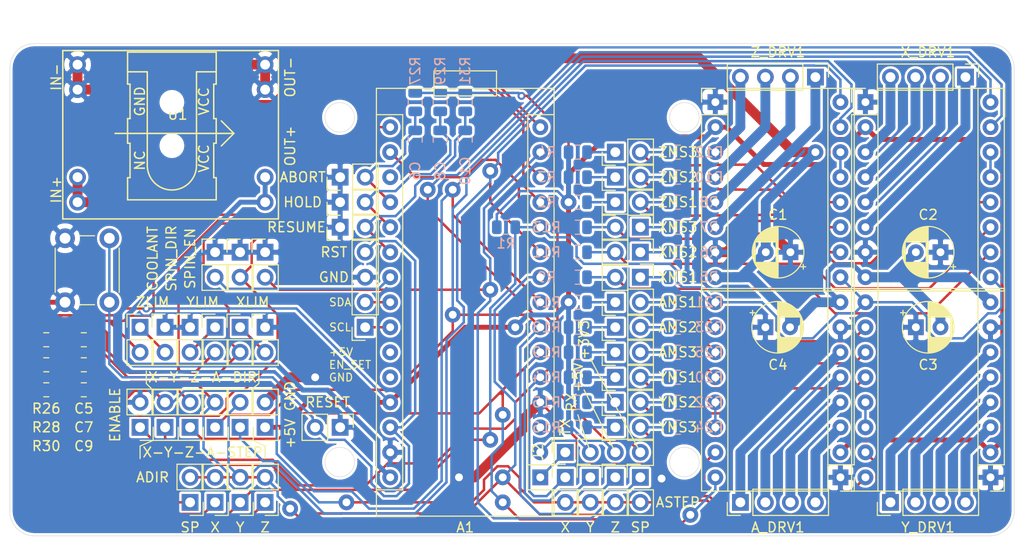
<source format=kicad_pcb>
(kicad_pcb (version 20171130) (host pcbnew "(5.1.5)-3")
  (layers (0 F.Cu signal) (31 B.Cu signal) (34 B.Paste user) (35 F.Paste user) (36 B.SilkS user) (37 F.SilkS user) (38 B.Mask user) (39 F.Mask user) (44 Edge.Cuts user))
  (net 0 "")
  (net 1 SPIN_DIR)
  (net 2 ZLIMIT)
  (net 3 +12V)
  (net 4 SPIN_EN)
  (net 5 GND)
  (net 6 YLIMIT)
  (net 7 RESET)
  (net 8 XLIMIT)
  (net 9 +5V)
  (net 10 EN)
  (net 11 "Net-(A1-Pad26)")
  (net 12 ZDIR)
  (net 13 "Net-(A1-Pad25)")
  (net 14 YDIR)
  (net 15 SCL)
  (net 16 XDIR)
  (net 17 SDA)
  (net 18 ZSTEP)
  (net 19 COOLANT)
  (net 20 YSTEP)
  (net 21 RESUME)
  (net 22 XSTEP)
  (net 23 HOLD)
  (net 24 ABORT)
  (net 25 "Net-(A1-Pad18)")
  (net 26 RX)
  (net 27 +3V3)
  (net 28 TX)
  (net 29 "Net-(J5-Pad2)")
  (net 30 "Net-(J5-Pad1)")
  (net 31 "Net-(J6-Pad2)")
  (net 32 "Net-(J6-Pad1)")
  (net 33 "Net-(J7-Pad2)")
  (net 34 "Net-(J7-Pad1)")
  (net 35 ASTEP)
  (net 36 ADIR)
  (net 37 "Net-(JP28-Pad2)")
  (net 38 "Net-(JP28-Pad1)")
  (net 39 "Net-(JP29-Pad2)")
  (net 40 "Net-(JP29-Pad1)")
  (net 41 "Net-(JP30-Pad2)")
  (net 42 "Net-(JP30-Pad1)")
  (net 43 "Net-(JP31-Pad2)")
  (net 44 "Net-(JP31-Pad1)")
  (net 45 "Net-(JP32-Pad2)")
  (net 46 "Net-(JP32-Pad1)")
  (net 47 "Net-(JP33-Pad2)")
  (net 48 "Net-(JP33-Pad1)")
  (net 49 "Net-(JP34-Pad2)")
  (net 50 "Net-(JP34-Pad1)")
  (net 51 "Net-(JP35-Pad2)")
  (net 52 "Net-(JP35-Pad1)")
  (net 53 "Net-(JP36-Pad2)")
  (net 54 "Net-(JP36-Pad1)")
  (net 55 "Net-(JP37-Pad1)")
  (net 56 "Net-(JP38-Pad1)")
  (net 57 "Net-(JP39-Pad1)")
  (net 58 "Net-(J5-Pad3)")
  (net 59 "Net-(J5-Pad4)")
  (net 60 "Net-(J6-Pad3)")
  (net 61 "Net-(J6-Pad4)")
  (net 62 "Net-(J7-Pad3)")
  (net 63 "Net-(J7-Pad4)")
  (net 64 "Net-(A_DRV1-Pad13)")
  (net 65 "Net-(A_DRV1-Pad6)")
  (net 66 "Net-(A_DRV1-Pad5)")
  (net 67 "Net-(A_DRV1-Pad12)")
  (net 68 "Net-(A_DRV1-Pad4)")
  (net 69 "Net-(A_DRV1-Pad11)")
  (net 70 "Net-(A_DRV1-Pad3)")
  (net 71 "Net-(A_DRV1-Pad10)")
  (net 72 "Net-(X_DRV1-Pad13)")
  (net 73 "Net-(Y_DRV1-Pad13)")
  (net 74 "Net-(Z_DRV1-Pad13)")
  (net 75 "Net-(A1-Pad30)")
  (net 76 "Net-(JP16-Pad1)")
  (net 77 "Net-(JP18-Pad1)")
  (net 78 "Net-(JP20-Pad1)")
  (module Capacitor_SMD:C_0805_2012Metric (layer B.Cu) (at 55.245 24.765 90)
    (fp_text reference C10 (at -3.175 0 90) (layer B.SilkS) (effects (justify mirror)))
    (fp_text value 100nF hide)
    (pad 2 smd roundrect (at 0.9375 0 90) (size 0.975 1.4) (layers B.Cu B.Paste B.Mask) (net 21 RESUME))
    (pad 1 smd roundrect (at -0.9375 0 90) (size 0.975 1.4) (layers B.Cu B.Paste B.Mask) (net 5 GND))
  )
  (module Capacitor_SMD:C_0805_2012Metric (layer F.Cu) (at 16.51 50.165 180)
    (fp_text reference C9 (at 0 -5.715) (layer F.SilkS))
    (fp_text value 100nF hide)
    (pad 2 smd roundrect (at 0.9375 0 180) (size 0.975 1.4) (layers F.Cu F.Paste F.Mask) (net 2 ZLIMIT))
    (pad 1 smd roundrect (at -0.9375 0 180) (size 0.975 1.4) (layers F.Cu F.Paste F.Mask) (net 5 GND))
  )
  (module Capacitor_SMD:C_0805_2012Metric (layer B.Cu) (at 52.705 24.765 90)
    (fp_text reference C8 (at -3.175 0 90) (layer B.SilkS) (effects (justify mirror)))
    (fp_text value 100nF hide)
    (pad 2 smd roundrect (at 0.9375 0 90) (size 0.975 1.4) (layers B.Cu B.Paste B.Mask) (net 23 HOLD))
    (pad 1 smd roundrect (at -0.9375 0 90) (size 0.975 1.4) (layers B.Cu B.Paste B.Mask) (net 5 GND))
  )
  (module Capacitor_SMD:C_0805_2012Metric (layer F.Cu) (at 16.51 47.625 180)
    (fp_text reference C7 (at 0 -6.35) (layer F.SilkS))
    (fp_text value 100nF hide)
    (pad 2 smd roundrect (at 0.9375 0 180) (size 0.975 1.4) (layers F.Cu F.Paste F.Mask) (net 6 YLIMIT))
    (pad 1 smd roundrect (at -0.9375 0 180) (size 0.975 1.4) (layers F.Cu F.Paste F.Mask) (net 5 GND))
  )
  (module Capacitor_SMD:C_0805_2012Metric (layer B.Cu) (at 50.165 24.765 90)
    (fp_text reference C6 (at -3.175 0 90) (layer B.SilkS) (effects (justify mirror)))
    (fp_text value 100nF hide)
    (pad 2 smd roundrect (at 0.9375 0 90) (size 0.975 1.4) (layers B.Cu B.Paste B.Mask) (net 24 ABORT))
    (pad 1 smd roundrect (at -0.9375 0 90) (size 0.975 1.4) (layers B.Cu B.Paste B.Mask) (net 5 GND))
  )
  (module Capacitor_SMD:C_0805_2012Metric (layer F.Cu) (at 16.51 45.085 180)
    (fp_text reference C5 (at 0 -6.985) (layer F.SilkS))
    (fp_text value 100nF hide)
    (pad 2 smd roundrect (at 0.9375 0 180) (size 0.975 1.4) (layers F.Cu F.Paste F.Mask) (net 8 XLIMIT))
    (pad 1 smd roundrect (at -0.9375 0 180) (size 0.975 1.4) (layers F.Cu F.Paste F.Mask) (net 5 GND))
  )
  (module Resistor_SMD:R_0805_2012Metric (layer B.Cu) (at 55.245 20.955 270)
    (fp_text reference R31 (at -3.175 0 90) (layer B.SilkS) (effects (justify mirror)))
    (fp_text value 10K hide)
    (pad 2 smd roundrect (at 0.9375 0 270) (size 0.975 1.4) (layers B.Cu B.Paste B.Mask) (net 21 RESUME))
    (pad 1 smd roundrect (at -0.9375 0 270) (size 0.975 1.4) (layers B.Cu B.Paste B.Mask) (net 9 +5V))
  )
  (module Resistor_SMD:R_0805_2012Metric (layer F.Cu) (at 12.7 50.165)
    (fp_text reference R30 (at 0 5.715) (layer F.SilkS))
    (fp_text value 10K hide)
    (pad 2 smd roundrect (at 0.9375 0) (size 0.975 1.4) (layers F.Cu F.Paste F.Mask) (net 2 ZLIMIT))
    (pad 1 smd roundrect (at -0.9375 0) (size 0.975 1.4) (layers F.Cu F.Paste F.Mask) (net 9 +5V))
  )
  (module Resistor_SMD:R_0805_2012Metric (layer B.Cu) (at 52.705 20.955 270)
    (fp_text reference R29 (at -3.175 0 90) (layer B.SilkS) (effects (justify mirror)))
    (fp_text value 10K hide)
    (pad 2 smd roundrect (at 0.9375 0 270) (size 0.975 1.4) (layers B.Cu B.Paste B.Mask) (net 23 HOLD))
    (pad 1 smd roundrect (at -0.9375 0 270) (size 0.975 1.4) (layers B.Cu B.Paste B.Mask) (net 9 +5V))
  )
  (module Resistor_SMD:R_0805_2012Metric (layer F.Cu) (at 12.7 47.625)
    (fp_text reference R28 (at 0 6.35) (layer F.SilkS))
    (fp_text value 10K hide)
    (pad 2 smd roundrect (at 0.9375 0) (size 0.975 1.4) (layers F.Cu F.Paste F.Mask) (net 6 YLIMIT))
    (pad 1 smd roundrect (at -0.9375 0) (size 0.975 1.4) (layers F.Cu F.Paste F.Mask) (net 9 +5V))
  )
  (module Resistor_SMD:R_0805_2012Metric (layer B.Cu) (at 50.165 20.955 270)
    (fp_text reference R27 (at -3.175 0 90) (layer B.SilkS) (effects (justify mirror)))
    (fp_text value 10K hide)
    (pad 2 smd roundrect (at 0.9375 0 270) (size 0.975 1.4) (layers B.Cu B.Paste B.Mask) (net 24 ABORT))
    (pad 1 smd roundrect (at -0.9375 0 270) (size 0.975 1.4) (layers B.Cu B.Paste B.Mask) (net 9 +5V))
  )
  (module Resistor_SMD:R_0805_2012Metric (layer F.Cu) (at 12.7 45.085)
    (fp_text reference R26 (at 0 6.985) (layer F.SilkS))
    (fp_text value 10K hide)
    (pad 2 smd roundrect (at 0.9375 0) (size 0.975 1.4) (layers F.Cu F.Paste F.Mask) (net 8 XLIMIT))
    (pad 1 smd roundrect (at -0.9375 0) (size 0.975 1.4) (layers F.Cu F.Paste F.Mask) (net 9 +5V))
  )
  (module CustomLibrary:buck_conv (layer F.Cu) (at 15.875 31.115)
    (fp_text reference U1 (at 10.16 -8.89) (layer F.SilkS))
    (fp_text value buck_conv)
    (fp_text user OUT+ (at 21.59 -5.715 90) (layer F.SilkS))
    (fp_text user OUT- (at 21.59 -12.7 90) (layer F.SilkS))
    (fp_text user IN- (at -2.159 -12.7 90) (layer F.SilkS))
    (fp_text user IN+ (at -2.159 -1.27 90) (layer F.SilkS))
    (pad 3 thru_hole circle (at 19.05 0) (size 1.7 1.7) (drill 1) (layers *.Cu *.Mask) (net 75 "Net-(A1-Pad30)"))
    (pad 3 thru_hole circle (at 19.05 -2.54) (size 1.7 1.7) (drill 1) (layers *.Cu *.Mask) (net 75 "Net-(A1-Pad30)"))
    (pad 4 thru_hole circle (at 19.05 -11.43) (size 1.7 1.7) (drill 1) (layers *.Cu *.Mask) (net 5 GND))
    (pad 4 thru_hole circle (at 19.05 -13.97) (size 1.7 1.7) (drill 1) (layers *.Cu *.Mask) (net 5 GND))
    (pad 1 thru_hole circle (at 0 0) (size 1.7 1.7) (drill 1) (layers *.Cu *.Mask) (net 3 +12V))
    (pad 1 thru_hole circle (at 0 -2.54) (size 1.7 1.7) (drill 1) (layers *.Cu *.Mask) (net 3 +12V))
    (pad 2 thru_hole circle (at 0 -11.43) (size 1.7 1.7) (drill 1) (layers *.Cu *.Mask) (net 5 GND))
    (pad 2 thru_hole circle (at 0 -13.97) (size 1.7 1.7) (drill 1) (layers *.Cu *.Mask) (net 5 GND))
  )
  (module Capacitor_THT:CP_Radial_D5.0mm_P2.50mm (layer F.Cu) (at 85.725 43.815)
    (fp_text reference C4 (at 1.27 3.81) (layer F.SilkS))
    (fp_text value 100uF)
    (pad 2 thru_hole circle (at 2.5 0) (size 1.6 1.6) (drill 0.8) (layers *.Cu *.Mask) (net 3 +12V))
    (pad 1 thru_hole rect (at 0 0) (size 1.6 1.6) (drill 0.8) (layers *.Cu *.Mask) (net 5 GND))
  )
  (module Capacitor_THT:CP_Radial_D5.0mm_P2.50mm (layer F.Cu) (at 101.005 43.815)
    (fp_text reference C3 (at 1.25 3.81) (layer F.SilkS))
    (fp_text value 100uF)
    (pad 2 thru_hole circle (at 2.5 0) (size 1.6 1.6) (drill 0.8) (layers *.Cu *.Mask) (net 3 +12V))
    (pad 1 thru_hole rect (at 0 0) (size 1.6 1.6) (drill 0.8) (layers *.Cu *.Mask) (net 5 GND))
  )
  (module Capacitor_THT:CP_Radial_D5.0mm_P2.50mm (layer F.Cu) (at 103.505 36.195 180)
    (fp_text reference C2 (at 1.25 3.81) (layer F.SilkS))
    (fp_text value 100uF)
    (pad 2 thru_hole circle (at 2.5 0 180) (size 1.6 1.6) (drill 0.8) (layers *.Cu *.Mask) (net 3 +12V))
    (pad 1 thru_hole rect (at 0 0 180) (size 1.6 1.6) (drill 0.8) (layers *.Cu *.Mask) (net 5 GND))
  )
  (module Capacitor_THT:CP_Radial_D5.0mm_P2.50mm (layer F.Cu) (at 88.265 36.195 180)
    (fp_text reference C1 (at 1.27 3.81) (layer F.SilkS))
    (fp_text value 100uF)
    (pad 2 thru_hole circle (at 2.5 0 180) (size 1.6 1.6) (drill 0.8) (layers *.Cu *.Mask) (net 3 +12V))
    (pad 1 thru_hole rect (at 0 0 180) (size 1.6 1.6) (drill 0.8) (layers *.Cu *.Mask) (net 5 GND))
  )
  (module Connector_PinSocket_2.54mm:PinSocket_1x04_P2.54mm_Vertical (layer F.Cu) (at 45.085 43.815 180)
    (fp_text reference J3 hide)
    (fp_text value I2C)
    (pad 4 thru_hole oval (at 0 7.62 180) (size 1.7 1.7) (drill 1) (layers *.Cu *.Mask) (net 7 RESET))
    (pad 3 thru_hole oval (at 0 5.08 180) (size 1.7 1.7) (drill 1) (layers *.Cu *.Mask) (net 5 GND))
    (pad 2 thru_hole oval (at 0 2.54 180) (size 1.7 1.7) (drill 1) (layers *.Cu *.Mask) (net 17 SDA))
    (pad 1 thru_hole rect (at 0 0 180) (size 1.7 1.7) (drill 1) (layers *.Cu *.Mask) (net 15 SCL))
  )
  (module Connector_PinSocket_2.54mm:PinSocket_1x04_P2.54mm_Vertical (layer F.Cu) (at 65.405 56.515 90)
    (fp_text reference J2 (at 0 -2.77 90) (layer F.SilkS))
    (fp_text value UART)
    (pad 4 thru_hole oval (at 0 7.62 90) (size 1.7 1.7) (drill 1) (layers *.Cu *.Mask) (net 27 +3V3))
    (pad 3 thru_hole oval (at 0 5.08 90) (size 1.7 1.7) (drill 1) (layers *.Cu *.Mask) (net 9 +5V))
    (pad 2 thru_hole oval (at 0 2.54 90) (size 1.7 1.7) (drill 1) (layers *.Cu *.Mask) (net 26 RX))
    (pad 1 thru_hole rect (at 0 0 90) (size 1.7 1.7) (drill 1) (layers *.Cu *.Mask) (net 28 TX))
  )
  (module Connector_PinHeader_2.54mm:PinHeader_1x04_P2.54mm_Vertical (layer F.Cu) (at 83.185 61.595 90)
    (fp_text reference J8 hide)
    (fp_text value AMOT)
    (pad 4 thru_hole oval (at 0 7.62 90) (size 1.7 1.7) (drill 1) (layers *.Cu *.Mask) (net 70 "Net-(A_DRV1-Pad3)"))
    (pad 3 thru_hole oval (at 0 5.08 90) (size 1.7 1.7) (drill 1) (layers *.Cu *.Mask) (net 68 "Net-(A_DRV1-Pad4)"))
    (pad 2 thru_hole oval (at 0 2.54 90) (size 1.7 1.7) (drill 1) (layers *.Cu *.Mask) (net 66 "Net-(A_DRV1-Pad5)"))
    (pad 1 thru_hole rect (at 0 0 90) (size 1.7 1.7) (drill 1) (layers *.Cu *.Mask) (net 65 "Net-(A_DRV1-Pad6)"))
  )
  (module Connector_PinHeader_2.54mm:PinHeader_1x04_P2.54mm_Vertical (layer F.Cu) (at 98.425 61.595 90)
    (fp_text reference J7 hide)
    (fp_text value YMOT)
    (pad 4 thru_hole oval (at 0 7.62 90) (size 1.7 1.7) (drill 1) (layers *.Cu *.Mask) (net 63 "Net-(J7-Pad4)"))
    (pad 3 thru_hole oval (at 0 5.08 90) (size 1.7 1.7) (drill 1) (layers *.Cu *.Mask) (net 62 "Net-(J7-Pad3)"))
    (pad 2 thru_hole oval (at 0 2.54 90) (size 1.7 1.7) (drill 1) (layers *.Cu *.Mask) (net 33 "Net-(J7-Pad2)"))
    (pad 1 thru_hole rect (at 0 0 90) (size 1.7 1.7) (drill 1) (layers *.Cu *.Mask) (net 34 "Net-(J7-Pad1)"))
  )
  (module Connector_PinHeader_2.54mm:PinHeader_1x04_P2.54mm_Vertical (layer F.Cu) (at 106.045 18.415 270)
    (fp_text reference J6 hide)
    (fp_text value XMOT)
    (pad 4 thru_hole oval (at 0 7.62 270) (size 1.7 1.7) (drill 1) (layers *.Cu *.Mask) (net 61 "Net-(J6-Pad4)"))
    (pad 3 thru_hole oval (at 0 5.08 270) (size 1.7 1.7) (drill 1) (layers *.Cu *.Mask) (net 60 "Net-(J6-Pad3)"))
    (pad 2 thru_hole oval (at 0 2.54 270) (size 1.7 1.7) (drill 1) (layers *.Cu *.Mask) (net 31 "Net-(J6-Pad2)"))
    (pad 1 thru_hole rect (at 0 0 270) (size 1.7 1.7) (drill 1) (layers *.Cu *.Mask) (net 32 "Net-(J6-Pad1)"))
  )
  (module Connector_PinHeader_2.54mm:PinHeader_1x04_P2.54mm_Vertical (layer F.Cu) (at 90.805 18.415 270)
    (fp_text reference J5 hide)
    (fp_text value ZMOT)
    (pad 4 thru_hole oval (at 0 7.62 270) (size 1.7 1.7) (drill 1) (layers *.Cu *.Mask) (net 59 "Net-(J5-Pad4)"))
    (pad 3 thru_hole oval (at 0 5.08 270) (size 1.7 1.7) (drill 1) (layers *.Cu *.Mask) (net 58 "Net-(J5-Pad3)"))
    (pad 2 thru_hole oval (at 0 2.54 270) (size 1.7 1.7) (drill 1) (layers *.Cu *.Mask) (net 29 "Net-(J5-Pad2)"))
    (pad 1 thru_hole rect (at 0 0 270) (size 1.7 1.7) (drill 1) (layers *.Cu *.Mask) (net 30 "Net-(J5-Pad1)"))
  )
  (module CustomLibrary:Barrel_Jack_2.1x5.5_Custom_SMT (layer F.Cu) (at 20.955 15.875)
    (fp_text reference J1 hide)
    (fp_text value Barrel_Jack)
    (fp_text user GND (at 1.25 5 90) (layer F.SilkS))
    (fp_text user NC (at 1.25 11 90) (layer F.SilkS))
    (fp_text user VCC (at 7.75 10.795 90) (layer F.SilkS))
    (fp_text user VCC (at 7.75 5 90) (layer F.SilkS))
    (pad "" np_thru_hole circle (at 4.5 9.5) (size 2 2) (drill 2) (layers *.Cu *.Mask))
    (pad "" np_thru_hole circle (at 4.5 5.1) (size 2 2) (drill 2) (layers *.Cu *.Mask))
    (pad "" smd rect (at -1.5 11) (size 3.048 3.048) (layers F.Cu F.Paste F.Mask))
    (pad 1 smd rect (at 10.5 11) (size 3.048 3.048) (layers F.Cu F.Paste F.Mask) (net 3 +12V))
    (pad 1 smd rect (at 10.5 5) (size 3.048 3.048) (layers F.Cu F.Paste F.Mask) (net 3 +12V))
    (pad 2 smd rect (at -1.5 5) (size 3.048 3.048) (layers F.Cu F.Paste F.Mask) (net 5 GND))
  )
  (module Module:Pololu_Breakout-16_15.2x20.3mm (layer F.Cu) (at 93.345 59.055 180)
    (fp_text reference A_DRV1 (at 6.35 -5.08 180) (layer F.SilkS))
    (fp_text value A_DRV)
    (pad 16 thru_hole oval (at 12.7 0 180) (size 1.6 1.6) (drill 0.8) (layers *.Cu *.Mask) (net 36 ADIR))
    (pad 8 thru_hole oval (at 0 17.78 180) (size 1.6 1.6) (drill 0.8) (layers *.Cu *.Mask) (net 3 +12V))
    (pad 15 thru_hole oval (at 12.7 2.54 180) (size 1.6 1.6) (drill 0.8) (layers *.Cu *.Mask) (net 35 ASTEP))
    (pad 7 thru_hole oval (at 0 15.24 180) (size 1.6 1.6) (drill 0.8) (layers *.Cu *.Mask) (net 5 GND))
    (pad 14 thru_hole oval (at 12.7 5.08 180) (size 1.6 1.6) (drill 0.8) (layers *.Cu *.Mask) (net 64 "Net-(A_DRV1-Pad13)"))
    (pad 6 thru_hole oval (at 0 12.7 180) (size 1.6 1.6) (drill 0.8) (layers *.Cu *.Mask) (net 65 "Net-(A_DRV1-Pad6)"))
    (pad 13 thru_hole oval (at 12.7 7.62 180) (size 1.6 1.6) (drill 0.8) (layers *.Cu *.Mask) (net 64 "Net-(A_DRV1-Pad13)"))
    (pad 5 thru_hole oval (at 0 10.16 180) (size 1.6 1.6) (drill 0.8) (layers *.Cu *.Mask) (net 66 "Net-(A_DRV1-Pad5)"))
    (pad 12 thru_hole oval (at 12.7 10.16 180) (size 1.6 1.6) (drill 0.8) (layers *.Cu *.Mask) (net 67 "Net-(A_DRV1-Pad12)"))
    (pad 4 thru_hole oval (at 0 7.62 180) (size 1.6 1.6) (drill 0.8) (layers *.Cu *.Mask) (net 68 "Net-(A_DRV1-Pad4)"))
    (pad 11 thru_hole oval (at 12.7 12.7 180) (size 1.6 1.6) (drill 0.8) (layers *.Cu *.Mask) (net 69 "Net-(A_DRV1-Pad11)"))
    (pad 3 thru_hole oval (at 0 5.08 180) (size 1.6 1.6) (drill 0.8) (layers *.Cu *.Mask) (net 70 "Net-(A_DRV1-Pad3)"))
    (pad 10 thru_hole oval (at 12.7 15.24 180) (size 1.6 1.6) (drill 0.8) (layers *.Cu *.Mask) (net 71 "Net-(A_DRV1-Pad10)"))
    (pad 2 thru_hole oval (at 0 2.54 180) (size 1.6 1.6) (drill 0.8) (layers *.Cu *.Mask) (net 9 +5V))
    (pad 9 thru_hole oval (at 12.7 17.78 180) (size 1.6 1.6) (drill 0.8) (layers *.Cu *.Mask) (net 10 EN))
    (pad 1 thru_hole rect (at 0 0 180) (size 1.6 1.6) (drill 0.8) (layers *.Cu *.Mask) (net 5 GND))
  )
  (module Module:Pololu_Breakout-16_15.2x20.3mm (layer F.Cu) (at 108.585 59.055 180)
    (fp_text reference Y_DRV1 (at 6.35 -5.08 180) (layer F.SilkS))
    (fp_text value Y_DRV)
    (pad 16 thru_hole oval (at 12.7 0 180) (size 1.6 1.6) (drill 0.8) (layers *.Cu *.Mask) (net 14 YDIR))
    (pad 8 thru_hole oval (at 0 17.78 180) (size 1.6 1.6) (drill 0.8) (layers *.Cu *.Mask) (net 3 +12V))
    (pad 15 thru_hole oval (at 12.7 2.54 180) (size 1.6 1.6) (drill 0.8) (layers *.Cu *.Mask) (net 20 YSTEP))
    (pad 7 thru_hole oval (at 0 15.24 180) (size 1.6 1.6) (drill 0.8) (layers *.Cu *.Mask) (net 5 GND))
    (pad 14 thru_hole oval (at 12.7 5.08 180) (size 1.6 1.6) (drill 0.8) (layers *.Cu *.Mask) (net 73 "Net-(Y_DRV1-Pad13)"))
    (pad 6 thru_hole oval (at 0 12.7 180) (size 1.6 1.6) (drill 0.8) (layers *.Cu *.Mask) (net 34 "Net-(J7-Pad1)"))
    (pad 13 thru_hole oval (at 12.7 7.62 180) (size 1.6 1.6) (drill 0.8) (layers *.Cu *.Mask) (net 73 "Net-(Y_DRV1-Pad13)"))
    (pad 5 thru_hole oval (at 0 10.16 180) (size 1.6 1.6) (drill 0.8) (layers *.Cu *.Mask) (net 33 "Net-(J7-Pad2)"))
    (pad 12 thru_hole oval (at 12.7 10.16 180) (size 1.6 1.6) (drill 0.8) (layers *.Cu *.Mask) (net 53 "Net-(JP36-Pad2)"))
    (pad 4 thru_hole oval (at 0 7.62 180) (size 1.6 1.6) (drill 0.8) (layers *.Cu *.Mask) (net 62 "Net-(J7-Pad3)"))
    (pad 11 thru_hole oval (at 12.7 12.7 180) (size 1.6 1.6) (drill 0.8) (layers *.Cu *.Mask) (net 51 "Net-(JP35-Pad2)"))
    (pad 3 thru_hole oval (at 0 5.08 180) (size 1.6 1.6) (drill 0.8) (layers *.Cu *.Mask) (net 63 "Net-(J7-Pad4)"))
    (pad 10 thru_hole oval (at 12.7 15.24 180) (size 1.6 1.6) (drill 0.8) (layers *.Cu *.Mask) (net 49 "Net-(JP34-Pad2)"))
    (pad 2 thru_hole oval (at 0 2.54 180) (size 1.6 1.6) (drill 0.8) (layers *.Cu *.Mask) (net 9 +5V))
    (pad 9 thru_hole oval (at 12.7 17.78 180) (size 1.6 1.6) (drill 0.8) (layers *.Cu *.Mask) (net 10 EN))
    (pad 1 thru_hole rect (at 0 0 180) (size 1.6 1.6) (drill 0.8) (layers *.Cu *.Mask) (net 5 GND))
  )
  (module Module:Pololu_Breakout-16_15.2x20.3mm (layer F.Cu) (at 95.885 20.955)
    (fp_text reference X_DRV1 (at 6.35 -5.08 180) (layer F.SilkS))
    (fp_text value X_DRV)
    (pad 16 thru_hole oval (at 12.7 0) (size 1.6 1.6) (drill 0.8) (layers *.Cu *.Mask) (net 16 XDIR))
    (pad 8 thru_hole oval (at 0 17.78) (size 1.6 1.6) (drill 0.8) (layers *.Cu *.Mask) (net 3 +12V))
    (pad 15 thru_hole oval (at 12.7 2.54) (size 1.6 1.6) (drill 0.8) (layers *.Cu *.Mask) (net 22 XSTEP))
    (pad 7 thru_hole oval (at 0 15.24) (size 1.6 1.6) (drill 0.8) (layers *.Cu *.Mask) (net 5 GND))
    (pad 14 thru_hole oval (at 12.7 5.08) (size 1.6 1.6) (drill 0.8) (layers *.Cu *.Mask) (net 72 "Net-(X_DRV1-Pad13)"))
    (pad 6 thru_hole oval (at 0 12.7) (size 1.6 1.6) (drill 0.8) (layers *.Cu *.Mask) (net 32 "Net-(J6-Pad1)"))
    (pad 13 thru_hole oval (at 12.7 7.62) (size 1.6 1.6) (drill 0.8) (layers *.Cu *.Mask) (net 72 "Net-(X_DRV1-Pad13)"))
    (pad 5 thru_hole oval (at 0 10.16) (size 1.6 1.6) (drill 0.8) (layers *.Cu *.Mask) (net 31 "Net-(J6-Pad2)"))
    (pad 12 thru_hole oval (at 12.7 10.16) (size 1.6 1.6) (drill 0.8) (layers *.Cu *.Mask) (net 47 "Net-(JP33-Pad2)"))
    (pad 4 thru_hole oval (at 0 7.62) (size 1.6 1.6) (drill 0.8) (layers *.Cu *.Mask) (net 60 "Net-(J6-Pad3)"))
    (pad 11 thru_hole oval (at 12.7 12.7) (size 1.6 1.6) (drill 0.8) (layers *.Cu *.Mask) (net 45 "Net-(JP32-Pad2)"))
    (pad 3 thru_hole oval (at 0 5.08) (size 1.6 1.6) (drill 0.8) (layers *.Cu *.Mask) (net 61 "Net-(J6-Pad4)"))
    (pad 10 thru_hole oval (at 12.7 15.24) (size 1.6 1.6) (drill 0.8) (layers *.Cu *.Mask) (net 43 "Net-(JP31-Pad2)"))
    (pad 2 thru_hole oval (at 0 2.54) (size 1.6 1.6) (drill 0.8) (layers *.Cu *.Mask) (net 9 +5V))
    (pad 9 thru_hole oval (at 12.7 17.78) (size 1.6 1.6) (drill 0.8) (layers *.Cu *.Mask) (net 10 EN))
    (pad 1 thru_hole rect (at 0 0) (size 1.6 1.6) (drill 0.8) (layers *.Cu *.Mask) (net 5 GND))
  )
  (module Module:Pololu_Breakout-16_15.2x20.3mm (layer F.Cu) (at 80.645 20.955)
    (fp_text reference Z_DRV1 (at 6.35 -5.08 180) (layer F.SilkS))
    (fp_text value Z_DRV)
    (pad 16 thru_hole oval (at 12.7 0) (size 1.6 1.6) (drill 0.8) (layers *.Cu *.Mask) (net 12 ZDIR))
    (pad 8 thru_hole oval (at 0 17.78) (size 1.6 1.6) (drill 0.8) (layers *.Cu *.Mask) (net 3 +12V))
    (pad 15 thru_hole oval (at 12.7 2.54) (size 1.6 1.6) (drill 0.8) (layers *.Cu *.Mask) (net 18 ZSTEP))
    (pad 7 thru_hole oval (at 0 15.24) (size 1.6 1.6) (drill 0.8) (layers *.Cu *.Mask) (net 5 GND))
    (pad 14 thru_hole oval (at 12.7 5.08) (size 1.6 1.6) (drill 0.8) (layers *.Cu *.Mask) (net 74 "Net-(Z_DRV1-Pad13)"))
    (pad 6 thru_hole oval (at 0 12.7) (size 1.6 1.6) (drill 0.8) (layers *.Cu *.Mask) (net 30 "Net-(J5-Pad1)"))
    (pad 13 thru_hole oval (at 12.7 7.62) (size 1.6 1.6) (drill 0.8) (layers *.Cu *.Mask) (net 74 "Net-(Z_DRV1-Pad13)"))
    (pad 5 thru_hole oval (at 0 10.16) (size 1.6 1.6) (drill 0.8) (layers *.Cu *.Mask) (net 29 "Net-(J5-Pad2)"))
    (pad 12 thru_hole oval (at 12.7 10.16) (size 1.6 1.6) (drill 0.8) (layers *.Cu *.Mask) (net 41 "Net-(JP30-Pad2)"))
    (pad 4 thru_hole oval (at 0 7.62) (size 1.6 1.6) (drill 0.8) (layers *.Cu *.Mask) (net 58 "Net-(J5-Pad3)"))
    (pad 11 thru_hole oval (at 12.7 12.7) (size 1.6 1.6) (drill 0.8) (layers *.Cu *.Mask) (net 39 "Net-(JP29-Pad2)"))
    (pad 3 thru_hole oval (at 0 5.08) (size 1.6 1.6) (drill 0.8) (layers *.Cu *.Mask) (net 59 "Net-(J5-Pad4)"))
    (pad 10 thru_hole oval (at 12.7 15.24) (size 1.6 1.6) (drill 0.8) (layers *.Cu *.Mask) (net 37 "Net-(JP28-Pad2)"))
    (pad 2 thru_hole oval (at 0 2.54) (size 1.6 1.6) (drill 0.8) (layers *.Cu *.Mask) (net 9 +5V))
    (pad 9 thru_hole oval (at 12.7 17.78) (size 1.6 1.6) (drill 0.8) (layers *.Cu *.Mask) (net 10 EN))
    (pad 1 thru_hole rect (at 0 0) (size 1.6 1.6) (drill 0.8) (layers *.Cu *.Mask) (net 5 GND))
  )
  (module Button_Switch_THT:SW_PUSH_6mm (layer F.Cu) (at 14.605 41.275 90)
    (fp_text reference SW1 hide)
    (fp_text value SW_Push)
    (pad 1 thru_hole circle (at 6.5 0 180) (size 2 2) (drill 1.1) (layers *.Cu *.Mask) (net 5 GND))
    (pad 2 thru_hole circle (at 6.5 4.5 180) (size 2 2) (drill 1.1) (layers *.Cu *.Mask) (net 7 RESET))
    (pad 1 thru_hole circle (at 0 0 180) (size 2 2) (drill 1.1) (layers *.Cu *.Mask) (net 5 GND))
    (pad 2 thru_hole circle (at 0 4.5 180) (size 2 2) (drill 1.1) (layers *.Cu *.Mask) (net 7 RESET))
  )
  (module Resistor_SMD:R_0805_2012Metric (layer B.Cu) (at 76.835 46.355)
    (fp_text reference R25 (at 3.175 0) (layer B.SilkS) (effects (justify mirror)))
    (fp_text value 100K)
    (pad 2 smd roundrect (at 0.9375 0) (size 0.975 1.4) (layers B.Cu B.Paste B.Mask) (net 5 GND))
    (pad 1 smd roundrect (at -0.9375 0) (size 0.975 1.4) (layers B.Cu B.Paste B.Mask) (net 67 "Net-(A_DRV1-Pad12)"))
  )
  (module Resistor_SMD:R_0805_2012Metric (layer B.Cu) (at 76.835 53.975)
    (fp_text reference R24 (at 3.175 0) (layer B.SilkS) (effects (justify mirror)))
    (fp_text value 100K)
    (pad 2 smd roundrect (at 0.9375 0) (size 0.975 1.4) (layers B.Cu B.Paste B.Mask) (net 5 GND))
    (pad 1 smd roundrect (at -0.9375 0) (size 0.975 1.4) (layers B.Cu B.Paste B.Mask) (net 53 "Net-(JP36-Pad2)"))
  )
  (module Resistor_SMD:R_0805_2012Metric (layer B.Cu) (at 76.835 43.815)
    (fp_text reference R23 (at 3.175 0) (layer B.SilkS) (effects (justify mirror)))
    (fp_text value 100K)
    (pad 2 smd roundrect (at 0.9375 0) (size 0.975 1.4) (layers B.Cu B.Paste B.Mask) (net 5 GND))
    (pad 1 smd roundrect (at -0.9375 0) (size 0.975 1.4) (layers B.Cu B.Paste B.Mask) (net 69 "Net-(A_DRV1-Pad11)"))
  )
  (module Resistor_SMD:R_0805_2012Metric (layer B.Cu) (at 76.835 51.435)
    (fp_text reference R22 (at 3.175 0) (layer B.SilkS) (effects (justify mirror)))
    (fp_text value 100K)
    (pad 2 smd roundrect (at 0.9375 0) (size 0.975 1.4) (layers B.Cu B.Paste B.Mask) (net 5 GND))
    (pad 1 smd roundrect (at -0.9375 0) (size 0.975 1.4) (layers B.Cu B.Paste B.Mask) (net 51 "Net-(JP35-Pad2)"))
  )
  (module Resistor_SMD:R_0805_2012Metric (layer B.Cu) (at 76.835 41.275)
    (fp_text reference R21 (at 3.175 0) (layer B.SilkS) (effects (justify mirror)))
    (fp_text value 100K)
    (pad 2 smd roundrect (at 0.9375 0) (size 0.975 1.4) (layers B.Cu B.Paste B.Mask) (net 5 GND))
    (pad 1 smd roundrect (at -0.9375 0) (size 0.975 1.4) (layers B.Cu B.Paste B.Mask) (net 71 "Net-(A_DRV1-Pad10)"))
  )
  (module Resistor_SMD:R_0805_2012Metric (layer B.Cu) (at 76.835 48.895)
    (fp_text reference R20 (at 3.175 0) (layer B.SilkS) (effects (justify mirror)))
    (fp_text value 100K)
    (pad 2 smd roundrect (at 0.9375 0) (size 0.975 1.4) (layers B.Cu B.Paste B.Mask) (net 5 GND))
    (pad 1 smd roundrect (at -0.9375 0) (size 0.975 1.4) (layers B.Cu B.Paste B.Mask) (net 49 "Net-(JP34-Pad2)"))
  )
  (module Resistor_SMD:R_0805_2012Metric (layer B.Cu) (at 66.675 46.355 180)
    (fp_text reference R19 (at 3.175 0) (layer B.SilkS) (effects (justify mirror)))
    (fp_text value 10K)
    (pad 2 smd roundrect (at 0.9375 0 180) (size 0.975 1.4) (layers B.Cu B.Paste B.Mask) (net 9 +5V))
    (pad 1 smd roundrect (at -0.9375 0 180) (size 0.975 1.4) (layers B.Cu B.Paste B.Mask) (net 57 "Net-(JP39-Pad1)"))
  )
  (module Resistor_SMD:R_0805_2012Metric (layer B.Cu) (at 66.675 43.815 180)
    (fp_text reference R18 (at 3.175 0) (layer B.SilkS) (effects (justify mirror)))
    (fp_text value 10K)
    (pad 2 smd roundrect (at 0.9375 0 180) (size 0.975 1.4) (layers B.Cu B.Paste B.Mask) (net 9 +5V))
    (pad 1 smd roundrect (at -0.9375 0 180) (size 0.975 1.4) (layers B.Cu B.Paste B.Mask) (net 56 "Net-(JP38-Pad1)"))
  )
  (module Resistor_SMD:R_0805_2012Metric (layer B.Cu) (at 66.675 41.275 180)
    (fp_text reference R17 (at 3.175 0) (layer B.SilkS) (effects (justify mirror)))
    (fp_text value 10K)
    (pad 2 smd roundrect (at 0.9375 0 180) (size 0.975 1.4) (layers B.Cu B.Paste B.Mask) (net 9 +5V))
    (pad 1 smd roundrect (at -0.9375 0 180) (size 0.975 1.4) (layers B.Cu B.Paste B.Mask) (net 55 "Net-(JP37-Pad1)"))
  )
  (module Resistor_SMD:R_0805_2012Metric (layer B.Cu) (at 66.675 53.975 180)
    (fp_text reference R16 (at 3.175 0) (layer B.SilkS) (effects (justify mirror)))
    (fp_text value 10K)
    (pad 2 smd roundrect (at 0.9375 0 180) (size 0.975 1.4) (layers B.Cu B.Paste B.Mask) (net 9 +5V))
    (pad 1 smd roundrect (at -0.9375 0 180) (size 0.975 1.4) (layers B.Cu B.Paste B.Mask) (net 54 "Net-(JP36-Pad1)"))
  )
  (module Resistor_SMD:R_0805_2012Metric (layer B.Cu) (at 66.675 51.435 180)
    (fp_text reference R15 (at 3.175 0) (layer B.SilkS) (effects (justify mirror)))
    (fp_text value 10K)
    (pad 2 smd roundrect (at 0.9375 0 180) (size 0.975 1.4) (layers B.Cu B.Paste B.Mask) (net 9 +5V))
    (pad 1 smd roundrect (at -0.9375 0 180) (size 0.975 1.4) (layers B.Cu B.Paste B.Mask) (net 52 "Net-(JP35-Pad1)"))
  )
  (module Resistor_SMD:R_0805_2012Metric (layer B.Cu) (at 66.675 48.895 180)
    (fp_text reference R14 (at 3.175 0) (layer B.SilkS) (effects (justify mirror)))
    (fp_text value 10K)
    (pad 2 smd roundrect (at 0.9375 0 180) (size 0.975 1.4) (layers B.Cu B.Paste B.Mask) (net 9 +5V))
    (pad 1 smd roundrect (at -0.9375 0 180) (size 0.975 1.4) (layers B.Cu B.Paste B.Mask) (net 50 "Net-(JP34-Pad1)"))
  )
  (module Resistor_SMD:R_0805_2012Metric (layer B.Cu) (at 66.675 33.655 180)
    (fp_text reference R13 (at 3.175 0) (layer B.SilkS) (effects (justify mirror)))
    (fp_text value 100K)
    (pad 2 smd roundrect (at 0.9375 0 180) (size 0.975 1.4) (layers B.Cu B.Paste B.Mask) (net 5 GND))
    (pad 1 smd roundrect (at -0.9375 0 180) (size 0.975 1.4) (layers B.Cu B.Paste B.Mask) (net 47 "Net-(JP33-Pad2)"))
  )
  (module Resistor_SMD:R_0805_2012Metric (layer B.Cu) (at 76.835 26.035)
    (fp_text reference R12 (at 3.175 0) (layer B.SilkS) (effects (justify mirror)))
    (fp_text value 100K)
    (pad 2 smd roundrect (at 0.9375 0) (size 0.975 1.4) (layers B.Cu B.Paste B.Mask) (net 5 GND))
    (pad 1 smd roundrect (at -0.9375 0) (size 0.975 1.4) (layers B.Cu B.Paste B.Mask) (net 41 "Net-(JP30-Pad2)"))
  )
  (module Resistor_SMD:R_0805_2012Metric (layer B.Cu) (at 66.675 36.195 180)
    (fp_text reference R11 (at 3.175 0) (layer B.SilkS) (effects (justify mirror)))
    (fp_text value 100K)
    (pad 2 smd roundrect (at 0.9375 0 180) (size 0.975 1.4) (layers B.Cu B.Paste B.Mask) (net 5 GND))
    (pad 1 smd roundrect (at -0.9375 0 180) (size 0.975 1.4) (layers B.Cu B.Paste B.Mask) (net 45 "Net-(JP32-Pad2)"))
  )
  (module Resistor_SMD:R_0805_2012Metric (layer B.Cu) (at 76.835 28.575)
    (fp_text reference R10 (at 3.175 0) (layer B.SilkS) (effects (justify mirror)))
    (fp_text value 100K)
    (pad 2 smd roundrect (at 0.9375 0) (size 0.975 1.4) (layers B.Cu B.Paste B.Mask) (net 5 GND))
    (pad 1 smd roundrect (at -0.9375 0) (size 0.975 1.4) (layers B.Cu B.Paste B.Mask) (net 39 "Net-(JP29-Pad2)"))
  )
  (module Resistor_SMD:R_0805_2012Metric (layer B.Cu) (at 66.675 38.735 180)
    (fp_text reference R9 (at 3.175 0) (layer B.SilkS) (effects (justify mirror)))
    (fp_text value 100K)
    (pad 2 smd roundrect (at 0.9375 0 180) (size 0.975 1.4) (layers B.Cu B.Paste B.Mask) (net 5 GND))
    (pad 1 smd roundrect (at -0.9375 0 180) (size 0.975 1.4) (layers B.Cu B.Paste B.Mask) (net 43 "Net-(JP31-Pad2)"))
  )
  (module Resistor_SMD:R_0805_2012Metric (layer B.Cu) (at 76.835 31.115)
    (fp_text reference R8 (at 3.175 0) (layer B.SilkS) (effects (justify mirror)))
    (fp_text value 100K)
    (pad 2 smd roundrect (at 0.9375 0) (size 0.975 1.4) (layers B.Cu B.Paste B.Mask) (net 5 GND))
    (pad 1 smd roundrect (at -0.9375 0) (size 0.975 1.4) (layers B.Cu B.Paste B.Mask) (net 37 "Net-(JP28-Pad2)"))
  )
  (module Resistor_SMD:R_0805_2012Metric (layer B.Cu) (at 76.835 33.655)
    (fp_text reference R7 (at 3.175 0) (layer B.SilkS) (effects (justify mirror)))
    (fp_text value 10K)
    (pad 2 smd roundrect (at 0.9375 0) (size 0.975 1.4) (layers B.Cu B.Paste B.Mask) (net 9 +5V))
    (pad 1 smd roundrect (at -0.9375 0) (size 0.975 1.4) (layers B.Cu B.Paste B.Mask) (net 48 "Net-(JP33-Pad1)"))
  )
  (module Resistor_SMD:R_0805_2012Metric (layer B.Cu) (at 76.835 36.195)
    (fp_text reference R6 (at 3.175 0) (layer B.SilkS) (effects (justify mirror)))
    (fp_text value 10K)
    (pad 2 smd roundrect (at 0.9375 0) (size 0.975 1.4) (layers B.Cu B.Paste B.Mask) (net 9 +5V))
    (pad 1 smd roundrect (at -0.9375 0) (size 0.975 1.4) (layers B.Cu B.Paste B.Mask) (net 46 "Net-(JP32-Pad1)"))
  )
  (module Resistor_SMD:R_0805_2012Metric (layer B.Cu) (at 76.835 38.735)
    (fp_text reference R5 (at 3.175 0) (layer B.SilkS) (effects (justify mirror)))
    (fp_text value 10K)
    (pad 2 smd roundrect (at 0.9375 0) (size 0.975 1.4) (layers B.Cu B.Paste B.Mask) (net 9 +5V))
    (pad 1 smd roundrect (at -0.9375 0) (size 0.975 1.4) (layers B.Cu B.Paste B.Mask) (net 44 "Net-(JP31-Pad1)"))
  )
  (module Resistor_SMD:R_0805_2012Metric (layer B.Cu) (at 66.675 26.035 180)
    (fp_text reference R4 (at 3.175 0) (layer B.SilkS) (effects (justify mirror)))
    (fp_text value 10K)
    (pad 2 smd roundrect (at 0.9375 0 180) (size 0.975 1.4) (layers B.Cu B.Paste B.Mask) (net 9 +5V))
    (pad 1 smd roundrect (at -0.9375 0 180) (size 0.975 1.4) (layers B.Cu B.Paste B.Mask) (net 42 "Net-(JP30-Pad1)"))
  )
  (module Resistor_SMD:R_0805_2012Metric (layer B.Cu) (at 66.675 28.575 180)
    (fp_text reference R3 (at 3.175 0) (layer B.SilkS) (effects (justify mirror)))
    (fp_text value 10K)
    (pad 2 smd roundrect (at 0.9375 0 180) (size 0.975 1.4) (layers B.Cu B.Paste B.Mask) (net 9 +5V))
    (pad 1 smd roundrect (at -0.9375 0 180) (size 0.975 1.4) (layers B.Cu B.Paste B.Mask) (net 40 "Net-(JP29-Pad1)"))
  )
  (module Resistor_SMD:R_0805_2012Metric (layer B.Cu) (at 66.675 31.115 180)
    (fp_text reference R2 (at 3.175 0) (layer B.SilkS) (effects (justify mirror)))
    (fp_text value 10K)
    (pad 2 smd roundrect (at 0.9375 0 180) (size 0.975 1.4) (layers B.Cu B.Paste B.Mask) (net 9 +5V))
    (pad 1 smd roundrect (at -0.9375 0 180) (size 0.975 1.4) (layers B.Cu B.Paste B.Mask) (net 38 "Net-(JP28-Pad1)"))
  )
  (module Resistor_SMD:R_0805_2012Metric (layer B.Cu) (at 59.3875 33.655)
    (fp_text reference R1 (at 0 1.65) (layer B.SilkS) (effects (justify mirror)))
    (fp_text value 10K)
    (pad 2 smd roundrect (at 0.9375 0) (size 0.975 1.4) (layers B.Cu B.Paste B.Mask) (net 10 EN))
    (pad 1 smd roundrect (at -0.9375 0) (size 0.975 1.4) (layers B.Cu B.Paste B.Mask) (net 9 +5V))
  )
  (module Connector_PinHeader_2.54mm:PinHeader_1x02_P2.54mm_Vertical (layer F.Cu) (at 70.485 46.355 90)
    (fp_text reference JP39 hide)
    (fp_text value Jumper_NO_Small)
    (pad 2 thru_hole oval (at 0 2.54 90) (size 1.7 1.7) (drill 1) (layers *.Cu *.Mask) (net 67 "Net-(A_DRV1-Pad12)"))
    (pad 1 thru_hole rect (at 0 0 90) (size 1.7 1.7) (drill 1) (layers *.Cu *.Mask) (net 57 "Net-(JP39-Pad1)"))
  )
  (module Connector_PinHeader_2.54mm:PinHeader_1x02_P2.54mm_Vertical (layer F.Cu) (at 70.485 43.815 90)
    (fp_text reference JP38 hide)
    (fp_text value Jumper_NO_Small)
    (pad 2 thru_hole oval (at 0 2.54 90) (size 1.7 1.7) (drill 1) (layers *.Cu *.Mask) (net 69 "Net-(A_DRV1-Pad11)"))
    (pad 1 thru_hole rect (at 0 0 90) (size 1.7 1.7) (drill 1) (layers *.Cu *.Mask) (net 56 "Net-(JP38-Pad1)"))
  )
  (module Connector_PinHeader_2.54mm:PinHeader_1x02_P2.54mm_Vertical (layer F.Cu) (at 70.485 41.275 90)
    (fp_text reference JP37 hide)
    (fp_text value Jumper_NO_Small)
    (pad 2 thru_hole oval (at 0 2.54 90) (size 1.7 1.7) (drill 1) (layers *.Cu *.Mask) (net 71 "Net-(A_DRV1-Pad10)"))
    (pad 1 thru_hole rect (at 0 0 90) (size 1.7 1.7) (drill 1) (layers *.Cu *.Mask) (net 55 "Net-(JP37-Pad1)"))
  )
  (module Connector_PinHeader_2.54mm:PinHeader_1x02_P2.54mm_Vertical (layer F.Cu) (at 70.485 53.975 90)
    (fp_text reference JP36 hide)
    (fp_text value Jumper_NO_Small)
    (pad 2 thru_hole oval (at 0 2.54 90) (size 1.7 1.7) (drill 1) (layers *.Cu *.Mask) (net 53 "Net-(JP36-Pad2)"))
    (pad 1 thru_hole rect (at 0 0 90) (size 1.7 1.7) (drill 1) (layers *.Cu *.Mask) (net 54 "Net-(JP36-Pad1)"))
  )
  (module Connector_PinHeader_2.54mm:PinHeader_1x02_P2.54mm_Vertical (layer F.Cu) (at 70.485 51.435 90)
    (fp_text reference JP35 hide)
    (fp_text value Jumper_NO_Small)
    (pad 2 thru_hole oval (at 0 2.54 90) (size 1.7 1.7) (drill 1) (layers *.Cu *.Mask) (net 51 "Net-(JP35-Pad2)"))
    (pad 1 thru_hole rect (at 0 0 90) (size 1.7 1.7) (drill 1) (layers *.Cu *.Mask) (net 52 "Net-(JP35-Pad1)"))
  )
  (module Connector_PinHeader_2.54mm:PinHeader_1x02_P2.54mm_Vertical (layer F.Cu) (at 70.485 48.895 90)
    (fp_text reference JP34 hide)
    (fp_text value Jumper_NO_Small)
    (pad 2 thru_hole oval (at 0 2.54 90) (size 1.7 1.7) (drill 1) (layers *.Cu *.Mask) (net 49 "Net-(JP34-Pad2)"))
    (pad 1 thru_hole rect (at 0 0 90) (size 1.7 1.7) (drill 1) (layers *.Cu *.Mask) (net 50 "Net-(JP34-Pad1)"))
  )
  (module Connector_PinHeader_2.54mm:PinHeader_1x02_P2.54mm_Vertical (layer F.Cu) (at 73.025 33.655 270)
    (fp_text reference JP33 hide)
    (fp_text value Jumper_NO_Small)
    (pad 2 thru_hole oval (at 0 2.54 270) (size 1.7 1.7) (drill 1) (layers *.Cu *.Mask) (net 47 "Net-(JP33-Pad2)"))
    (pad 1 thru_hole rect (at 0 0 270) (size 1.7 1.7) (drill 1) (layers *.Cu *.Mask) (net 48 "Net-(JP33-Pad1)"))
  )
  (module Connector_PinHeader_2.54mm:PinHeader_1x02_P2.54mm_Vertical (layer F.Cu) (at 73.025 36.195 270)
    (fp_text reference JP32 hide)
    (fp_text value Jumper_NO_Small)
    (pad 2 thru_hole oval (at 0 2.54 270) (size 1.7 1.7) (drill 1) (layers *.Cu *.Mask) (net 45 "Net-(JP32-Pad2)"))
    (pad 1 thru_hole rect (at 0 0 270) (size 1.7 1.7) (drill 1) (layers *.Cu *.Mask) (net 46 "Net-(JP32-Pad1)"))
  )
  (module Connector_PinHeader_2.54mm:PinHeader_1x02_P2.54mm_Vertical (layer F.Cu) (at 73.025 38.735 270)
    (fp_text reference JP31 hide)
    (fp_text value Jumper_NO_Small)
    (pad 2 thru_hole oval (at 0 2.54 270) (size 1.7 1.7) (drill 1) (layers *.Cu *.Mask) (net 43 "Net-(JP31-Pad2)"))
    (pad 1 thru_hole rect (at 0 0 270) (size 1.7 1.7) (drill 1) (layers *.Cu *.Mask) (net 44 "Net-(JP31-Pad1)"))
  )
  (module Connector_PinHeader_2.54mm:PinHeader_1x02_P2.54mm_Vertical (layer F.Cu) (at 70.485 26.035 90)
    (fp_text reference JP30 hide)
    (fp_text value Jumper_NO_Small)
    (pad 2 thru_hole oval (at 0 2.54 90) (size 1.7 1.7) (drill 1) (layers *.Cu *.Mask) (net 41 "Net-(JP30-Pad2)"))
    (pad 1 thru_hole rect (at 0 0 90) (size 1.7 1.7) (drill 1) (layers *.Cu *.Mask) (net 42 "Net-(JP30-Pad1)"))
  )
  (module Connector_PinHeader_2.54mm:PinHeader_1x02_P2.54mm_Vertical (layer F.Cu) (at 70.485 28.575 90)
    (fp_text reference JP29 hide)
    (fp_text value Jumper_NO_Small)
    (pad 2 thru_hole oval (at 0 2.54 90) (size 1.7 1.7) (drill 1) (layers *.Cu *.Mask) (net 39 "Net-(JP29-Pad2)"))
    (pad 1 thru_hole rect (at 0 0 90) (size 1.7 1.7) (drill 1) (layers *.Cu *.Mask) (net 40 "Net-(JP29-Pad1)"))
  )
  (module Connector_PinHeader_2.54mm:PinHeader_1x02_P2.54mm_Vertical (layer F.Cu) (at 70.485 31.115 90)
    (fp_text reference JP28 hide)
    (fp_text value Jumper_NO_Small)
    (pad 2 thru_hole oval (at 0 2.54 90) (size 1.7 1.7) (drill 1) (layers *.Cu *.Mask) (net 37 "Net-(JP28-Pad2)"))
    (pad 1 thru_hole rect (at 0 0 90) (size 1.7 1.7) (drill 1) (layers *.Cu *.Mask) (net 38 "Net-(JP28-Pad1)"))
  )
  (module Connector_PinHeader_2.54mm:PinHeader_1x02_P2.54mm_Vertical (layer F.Cu) (at 42.545 33.655 90)
    (fp_text reference JP27 hide)
    (fp_text value Jumper_NO_Small)
    (pad 2 thru_hole oval (at 0 2.54 90) (size 1.7 1.7) (drill 1) (layers *.Cu *.Mask) (net 21 RESUME))
    (pad 1 thru_hole rect (at 0 0 90) (size 1.7 1.7) (drill 1) (layers *.Cu *.Mask) (net 5 GND))
  )
  (module Connector_PinHeader_2.54mm:PinHeader_1x02_P2.54mm_Vertical (layer F.Cu) (at 42.545 31.115 90)
    (fp_text reference JP26 hide)
    (fp_text value Jumper_NO_Small)
    (pad 2 thru_hole oval (at 0 2.54 90) (size 1.7 1.7) (drill 1) (layers *.Cu *.Mask) (net 23 HOLD))
    (pad 1 thru_hole rect (at 0 0 90) (size 1.7 1.7) (drill 1) (layers *.Cu *.Mask) (net 5 GND))
  )
  (module Connector_PinHeader_2.54mm:PinHeader_1x02_P2.54mm_Vertical (layer F.Cu) (at 42.545 28.575 90)
    (fp_text reference JP25 hide)
    (fp_text value Jumper_NO_Small)
    (pad 2 thru_hole oval (at 0 2.54 90) (size 1.7 1.7) (drill 1) (layers *.Cu *.Mask) (net 24 ABORT))
    (pad 1 thru_hole rect (at 0 0 90) (size 1.7 1.7) (drill 1) (layers *.Cu *.Mask) (net 5 GND))
  )
  (module Connector_PinHeader_2.54mm:PinHeader_1x02_P2.54mm_Vertical (layer F.Cu) (at 29.845 36.195)
    (fp_text reference JP24 hide)
    (fp_text value Jumper_NO_Small)
    (pad 2 thru_hole oval (at 0 2.54) (size 1.7 1.7) (drill 1) (layers *.Cu *.Mask) (net 19 COOLANT))
    (pad 1 thru_hole rect (at 0 0) (size 1.7 1.7) (drill 1) (layers *.Cu *.Mask) (net 5 GND))
  )
  (module Connector_PinHeader_2.54mm:PinHeader_1x02_P2.54mm_Vertical (layer F.Cu) (at 32.385 36.195)
    (fp_text reference JP23 hide)
    (fp_text value Jumper_NO_Small)
    (pad 2 thru_hole oval (at 0 2.54) (size 1.7 1.7) (drill 1) (layers *.Cu *.Mask) (net 1 SPIN_DIR))
    (pad 1 thru_hole rect (at 0 0) (size 1.7 1.7) (drill 1) (layers *.Cu *.Mask) (net 5 GND))
  )
  (module Connector_PinHeader_2.54mm:PinHeader_1x02_P2.54mm_Vertical (layer F.Cu) (at 34.925 36.195)
    (fp_text reference JP22 hide)
    (fp_text value Jumper_NO_Small)
    (pad 2 thru_hole oval (at 0 2.54) (size 1.7 1.7) (drill 1) (layers *.Cu *.Mask) (net 4 SPIN_EN))
    (pad 1 thru_hole rect (at 0 0) (size 1.7 1.7) (drill 1) (layers *.Cu *.Mask) (net 5 GND))
  )
  (module Connector_PinHeader_2.54mm:PinHeader_1x02_P2.54mm_Vertical (layer F.Cu) (at 34.925 43.815)
    (fp_text reference JP21 hide)
    (fp_text value Jumper_NO_Small)
    (pad 2 thru_hole oval (at 0 2.54) (size 1.7 1.7) (drill 1) (layers *.Cu *.Mask) (net 78 "Net-(JP20-Pad1)"))
    (pad 1 thru_hole rect (at 0 0) (size 1.7 1.7) (drill 1) (layers *.Cu *.Mask) (net 5 GND))
  )
  (module Connector_PinHeader_2.54mm:PinHeader_1x02_P2.54mm_Vertical (layer F.Cu) (at 32.385 43.815)
    (fp_text reference JP20 hide)
    (fp_text value Jumper_NO_Small)
    (pad 2 thru_hole oval (at 0 2.54) (size 1.7 1.7) (drill 1) (layers *.Cu *.Mask) (net 8 XLIMIT))
    (pad 1 thru_hole rect (at 0 0) (size 1.7 1.7) (drill 1) (layers *.Cu *.Mask) (net 78 "Net-(JP20-Pad1)"))
  )
  (module Connector_PinHeader_2.54mm:PinHeader_1x02_P2.54mm_Vertical (layer F.Cu) (at 27.305 43.815)
    (fp_text reference JP19 hide)
    (fp_text value Jumper_NO_Small)
    (pad 2 thru_hole oval (at 0 2.54) (size 1.7 1.7) (drill 1) (layers *.Cu *.Mask) (net 77 "Net-(JP18-Pad1)"))
    (pad 1 thru_hole rect (at 0 0) (size 1.7 1.7) (drill 1) (layers *.Cu *.Mask) (net 5 GND))
  )
  (module Connector_PinHeader_2.54mm:PinHeader_1x02_P2.54mm_Vertical (layer F.Cu) (at 29.845 43.815)
    (fp_text reference JP18 hide)
    (fp_text value Jumper_NO_Small)
    (pad 2 thru_hole oval (at 0 2.54) (size 1.7 1.7) (drill 1) (layers *.Cu *.Mask) (net 6 YLIMIT))
    (pad 1 thru_hole rect (at 0 0) (size 1.7 1.7) (drill 1) (layers *.Cu *.Mask) (net 77 "Net-(JP18-Pad1)"))
  )
  (module Connector_PinHeader_2.54mm:PinHeader_1x02_P2.54mm_Vertical (layer F.Cu) (at 24.765 43.815)
    (fp_text reference JP17 hide)
    (fp_text value Jumper_NO_Small)
    (pad 2 thru_hole oval (at 0 2.54) (size 1.7 1.7) (drill 1) (layers *.Cu *.Mask) (net 76 "Net-(JP16-Pad1)"))
    (pad 1 thru_hole rect (at 0 0) (size 1.7 1.7) (drill 1) (layers *.Cu *.Mask) (net 5 GND))
  )
  (module Connector_PinHeader_2.54mm:PinHeader_1x02_P2.54mm_Vertical (layer F.Cu) (at 22.225 43.815)
    (fp_text reference JP16 hide)
    (fp_text value Jumper_NO_Small)
    (pad 2 thru_hole oval (at 0 2.54) (size 1.7 1.7) (drill 1) (layers *.Cu *.Mask) (net 2 ZLIMIT))
    (pad 1 thru_hole rect (at 0 0) (size 1.7 1.7) (drill 1) (layers *.Cu *.Mask) (net 76 "Net-(JP16-Pad1)"))
  )
  (module Connector_PinHeader_2.54mm:PinHeader_1x02_P2.54mm_Vertical (layer F.Cu) (at 27.305 61.595 180)
    (fp_text reference JP15 hide)
    (fp_text value Jumper_NO_Small)
    (pad 2 thru_hole oval (at 0 2.54 180) (size 1.7 1.7) (drill 1) (layers *.Cu *.Mask) (net 36 ADIR))
    (pad 1 thru_hole rect (at 0 0 180) (size 1.7 1.7) (drill 1) (layers *.Cu *.Mask) (net 1 SPIN_DIR))
  )
  (module Connector_PinHeader_2.54mm:PinHeader_1x02_P2.54mm_Vertical (layer F.Cu) (at 34.925 61.595 180)
    (fp_text reference JP14 hide)
    (fp_text value Jumper_NO_Small)
    (pad 2 thru_hole oval (at 0 2.54 180) (size 1.7 1.7) (drill 1) (layers *.Cu *.Mask) (net 36 ADIR))
    (pad 1 thru_hole rect (at 0 0 180) (size 1.7 1.7) (drill 1) (layers *.Cu *.Mask) (net 12 ZDIR))
  )
  (module Connector_PinHeader_2.54mm:PinHeader_1x02_P2.54mm_Vertical (layer F.Cu) (at 32.385 61.595 180)
    (fp_text reference JP13 hide)
    (fp_text value Jumper_NO_Small)
    (pad 2 thru_hole oval (at 0 2.54 180) (size 1.7 1.7) (drill 1) (layers *.Cu *.Mask) (net 36 ADIR))
    (pad 1 thru_hole rect (at 0 0 180) (size 1.7 1.7) (drill 1) (layers *.Cu *.Mask) (net 14 YDIR))
  )
  (module Connector_PinHeader_2.54mm:PinHeader_1x02_P2.54mm_Vertical (layer F.Cu) (at 29.845 61.595 180)
    (fp_text reference JP12 hide)
    (fp_text value Jumper_NO_Small)
    (pad 2 thru_hole oval (at 0 2.54 180) (size 1.7 1.7) (drill 1) (layers *.Cu *.Mask) (net 36 ADIR))
    (pad 1 thru_hole rect (at 0 0 180) (size 1.7 1.7) (drill 1) (layers *.Cu *.Mask) (net 16 XDIR))
  )
  (module Connector_PinHeader_2.54mm:PinHeader_1x02_P2.54mm_Vertical (layer F.Cu) (at 34.925 53.975 180)
    (fp_text reference JP11 hide)
    (fp_text value Jumper_NO_Small)
    (pad 2 thru_hole oval (at 0 2.54 180) (size 1.7 1.7) (drill 1) (layers *.Cu *.Mask) (net 5 GND))
    (pad 1 thru_hole rect (at 0 0 180) (size 1.7 1.7) (drill 1) (layers *.Cu *.Mask) (net 9 +5V))
  )
  (module Connector_PinHeader_2.54mm:PinHeader_1x02_P2.54mm_Vertical (layer F.Cu) (at 32.385 53.975 180)
    (fp_text reference JP10 hide)
    (fp_text value Jumper_NO_Small)
    (pad 2 thru_hole oval (at 0 2.54 180) (size 1.7 1.7) (drill 1) (layers *.Cu *.Mask) (net 36 ADIR))
    (pad 1 thru_hole rect (at 0 0 180) (size 1.7 1.7) (drill 1) (layers *.Cu *.Mask) (net 35 ASTEP))
  )
  (module Connector_PinHeader_2.54mm:PinHeader_1x02_P2.54mm_Vertical (layer F.Cu) (at 29.845 53.975 180)
    (fp_text reference JP9 hide)
    (fp_text value Jumper_NO_Small)
    (pad 2 thru_hole oval (at 0 2.54 180) (size 1.7 1.7) (drill 1) (layers *.Cu *.Mask) (net 12 ZDIR))
    (pad 1 thru_hole rect (at 0 0 180) (size 1.7 1.7) (drill 1) (layers *.Cu *.Mask) (net 18 ZSTEP))
  )
  (module Connector_PinHeader_2.54mm:PinHeader_1x02_P2.54mm_Vertical (layer F.Cu) (at 27.305 53.975 180)
    (fp_text reference JP8 hide)
    (fp_text value Jumper_NO_Small)
    (pad 2 thru_hole oval (at 0 2.54 180) (size 1.7 1.7) (drill 1) (layers *.Cu *.Mask) (net 14 YDIR))
    (pad 1 thru_hole rect (at 0 0 180) (size 1.7 1.7) (drill 1) (layers *.Cu *.Mask) (net 20 YSTEP))
  )
  (module Connector_PinHeader_2.54mm:PinHeader_1x02_P2.54mm_Vertical (layer F.Cu) (at 24.765 53.975 180)
    (fp_text reference JP7 hide)
    (fp_text value Jumper_NO_Small)
    (pad 2 thru_hole oval (at 0 2.54 180) (size 1.7 1.7) (drill 1) (layers *.Cu *.Mask) (net 16 XDIR))
    (pad 1 thru_hole rect (at 0 0 180) (size 1.7 1.7) (drill 1) (layers *.Cu *.Mask) (net 22 XSTEP))
  )
  (module Connector_PinHeader_2.54mm:PinHeader_1x02_P2.54mm_Vertical (layer F.Cu) (at 22.225 53.975 180)
    (fp_text reference JP6 hide)
    (fp_text value Jumper_NO_Small)
    (pad 2 thru_hole oval (at 0 2.54 180) (size 1.7 1.7) (drill 1) (layers *.Cu *.Mask) (net 5 GND))
    (pad 1 thru_hole rect (at 0 0 180) (size 1.7 1.7) (drill 1) (layers *.Cu *.Mask) (net 10 EN))
  )
  (module Connector_PinHeader_2.54mm:PinHeader_1x02_P2.54mm_Vertical (layer F.Cu) (at 73.025 59.055)
    (fp_text reference JP5 hide)
    (fp_text value Jumper_NO_Small)
    (pad 2 thru_hole oval (at 0 2.54) (size 1.7 1.7) (drill 1) (layers *.Cu *.Mask) (net 35 ASTEP))
    (pad 1 thru_hole rect (at 0 0) (size 1.7 1.7) (drill 1) (layers *.Cu *.Mask) (net 4 SPIN_EN))
  )
  (module Connector_PinHeader_2.54mm:PinHeader_1x02_P2.54mm_Vertical (layer F.Cu) (at 70.485 59.055)
    (fp_text reference JP4 hide)
    (fp_text value Jumper_NO_Small)
    (pad 2 thru_hole oval (at 0 2.54) (size 1.7 1.7) (drill 1) (layers *.Cu *.Mask) (net 35 ASTEP))
    (pad 1 thru_hole rect (at 0 0) (size 1.7 1.7) (drill 1) (layers *.Cu *.Mask) (net 18 ZSTEP))
  )
  (module Connector_PinHeader_2.54mm:PinHeader_1x02_P2.54mm_Vertical (layer F.Cu) (at 67.945 59.055)
    (fp_text reference JP3 hide)
    (fp_text value Jumper_NO_Small)
    (pad 2 thru_hole oval (at 0 2.54) (size 1.7 1.7) (drill 1) (layers *.Cu *.Mask) (net 35 ASTEP))
    (pad 1 thru_hole rect (at 0 0) (size 1.7 1.7) (drill 1) (layers *.Cu *.Mask) (net 20 YSTEP))
  )
  (module Connector_PinHeader_2.54mm:PinHeader_1x02_P2.54mm_Vertical (layer F.Cu) (at 65.405 59.055)
    (fp_text reference JP2 hide)
    (fp_text value Jumper_NO_Small)
    (pad 2 thru_hole oval (at 0 2.54) (size 1.7 1.7) (drill 1) (layers *.Cu *.Mask) (net 35 ASTEP))
    (pad 1 thru_hole rect (at 0 0) (size 1.7 1.7) (drill 1) (layers *.Cu *.Mask) (net 22 XSTEP))
  )
  (module Connector_PinHeader_2.54mm:PinHeader_1x02_P2.54mm_Vertical (layer F.Cu) (at 42.545 53.975 270)
    (fp_text reference JP1 hide)
    (fp_text value ESTOP)
    (pad 2 thru_hole oval (at 0 2.54 270) (size 1.7 1.7) (drill 1) (layers *.Cu *.Mask) (net 7 RESET))
    (pad 1 thru_hole rect (at 0 0 270) (size 1.7 1.7) (drill 1) (layers *.Cu *.Mask) (net 5 GND))
  )
  (module Module:Arduino_Nano (layer F.Cu) (at 62.865 59.055 180)
    (fp_text reference A1 (at 7.62 -5.08) (layer F.SilkS))
    (fp_text value Arduino_Nano_v3.x)
    (pad 16 thru_hole oval (at 15.24 35.56 180) (size 1.6 1.6) (drill 0.8) (layers *.Cu *.Mask) (net 1 SPIN_DIR))
    (pad 15 thru_hole oval (at 0 35.56 180) (size 1.6 1.6) (drill 0.8) (layers *.Cu *.Mask) (net 2 ZLIMIT))
    (pad 30 thru_hole oval (at 15.24 0 180) (size 1.6 1.6) (drill 0.8) (layers *.Cu *.Mask) (net 75 "Net-(A1-Pad30)"))
    (pad 14 thru_hole oval (at 0 33.02 180) (size 1.6 1.6) (drill 0.8) (layers *.Cu *.Mask) (net 4 SPIN_EN))
    (pad 29 thru_hole oval (at 15.24 2.54 180) (size 1.6 1.6) (drill 0.8) (layers *.Cu *.Mask) (net 5 GND))
    (pad 13 thru_hole oval (at 0 30.48 180) (size 1.6 1.6) (drill 0.8) (layers *.Cu *.Mask) (net 6 YLIMIT))
    (pad 28 thru_hole oval (at 15.24 5.08 180) (size 1.6 1.6) (drill 0.8) (layers *.Cu *.Mask) (net 7 RESET))
    (pad 12 thru_hole oval (at 0 27.94 180) (size 1.6 1.6) (drill 0.8) (layers *.Cu *.Mask) (net 8 XLIMIT))
    (pad 27 thru_hole oval (at 15.24 7.62 180) (size 1.6 1.6) (drill 0.8) (layers *.Cu *.Mask) (net 9 +5V))
    (pad 11 thru_hole oval (at 0 25.4 180) (size 1.6 1.6) (drill 0.8) (layers *.Cu *.Mask) (net 10 EN))
    (pad 26 thru_hole oval (at 15.24 10.16 180) (size 1.6 1.6) (drill 0.8) (layers *.Cu *.Mask) (net 11 "Net-(A1-Pad26)"))
    (pad 10 thru_hole oval (at 0 22.86 180) (size 1.6 1.6) (drill 0.8) (layers *.Cu *.Mask) (net 12 ZDIR))
    (pad 25 thru_hole oval (at 15.24 12.7 180) (size 1.6 1.6) (drill 0.8) (layers *.Cu *.Mask) (net 13 "Net-(A1-Pad25)"))
    (pad 9 thru_hole oval (at 0 20.32 180) (size 1.6 1.6) (drill 0.8) (layers *.Cu *.Mask) (net 14 YDIR))
    (pad 24 thru_hole oval (at 15.24 15.24 180) (size 1.6 1.6) (drill 0.8) (layers *.Cu *.Mask) (net 15 SCL))
    (pad 8 thru_hole oval (at 0 17.78 180) (size 1.6 1.6) (drill 0.8) (layers *.Cu *.Mask) (net 16 XDIR))
    (pad 23 thru_hole oval (at 15.24 17.78 180) (size 1.6 1.6) (drill 0.8) (layers *.Cu *.Mask) (net 17 SDA))
    (pad 7 thru_hole oval (at 0 15.24 180) (size 1.6 1.6) (drill 0.8) (layers *.Cu *.Mask) (net 18 ZSTEP))
    (pad 22 thru_hole oval (at 15.24 20.32 180) (size 1.6 1.6) (drill 0.8) (layers *.Cu *.Mask) (net 19 COOLANT))
    (pad 6 thru_hole oval (at 0 12.7 180) (size 1.6 1.6) (drill 0.8) (layers *.Cu *.Mask) (net 20 YSTEP))
    (pad 21 thru_hole oval (at 15.24 22.86 180) (size 1.6 1.6) (drill 0.8) (layers *.Cu *.Mask) (net 21 RESUME))
    (pad 5 thru_hole oval (at 0 10.16 180) (size 1.6 1.6) (drill 0.8) (layers *.Cu *.Mask) (net 22 XSTEP))
    (pad 20 thru_hole oval (at 15.24 25.4 180) (size 1.6 1.6) (drill 0.8) (layers *.Cu *.Mask) (net 23 HOLD))
    (pad 4 thru_hole oval (at 0 7.62 180) (size 1.6 1.6) (drill 0.8) (layers *.Cu *.Mask) (net 5 GND))
    (pad 19 thru_hole oval (at 15.24 27.94 180) (size 1.6 1.6) (drill 0.8) (layers *.Cu *.Mask) (net 24 ABORT))
    (pad 3 thru_hole oval (at 0 5.08 180) (size 1.6 1.6) (drill 0.8) (layers *.Cu *.Mask) (net 7 RESET))
    (pad 18 thru_hole oval (at 15.24 30.48 180) (size 1.6 1.6) (drill 0.8) (layers *.Cu *.Mask) (net 25 "Net-(A1-Pad18)"))
    (pad 2 thru_hole oval (at 0 2.54 180) (size 1.6 1.6) (drill 0.8) (layers *.Cu *.Mask) (net 26 RX))
    (pad 17 thru_hole oval (at 15.24 33.02 180) (size 1.6 1.6) (drill 0.8) (layers *.Cu *.Mask) (net 27 +3V3))
    (pad 1 thru_hole rect (at 0 0 180) (size 1.6 1.6) (drill 0.8) (layers *.Cu *.Mask) (net 28 TX))
  )
  (gr_line (start 52.07 17.78) (end 52.07 20.32) (layer F.SilkS) (width 0.12))
  (gr_line (start 58.42 17.78) (end 52.07 17.78) (layer F.SilkS) (width 0.12))
  (gr_line (start 58.42 20.32) (end 58.42 17.78) (layer F.SilkS) (width 0.12))
  (gr_line (start 52.07 20.32) (end 58.42 20.32) (layer F.SilkS) (width 0.12))
  (gr_text emmertarmin.github.io (at 11.46 25.925 90) (layer F.Cu) (effects (font (size 1 1))))
  (gr_text GND (at 41.91 38.735) (layer F.SilkS) (effects (font (size 1 1))))
  (gr_text SDA (at 42.545 41.275) (layer F.SilkS) (effects (font (size 0.8 0.8) (thickness 0.12))))
  (gr_text SCL (at 42.545 43.815) (layer F.SilkS) (effects (font (size 0.8 0.8) (thickness 0.12))))
  (gr_line (start 67.945 46.99) (end 73.025 56.515) (layer F.SilkS) (width 0.12))
  (gr_line (start 67.31 50.165) (end 70.485 56.515) (layer F.SilkS) (width 0.12))
  (gr_line (start 66.675 52.705) (end 67.945 56.515) (layer F.SilkS) (width 0.12))
  (gr_text +3V3 (at 67.31 45.085 90) (layer F.SilkS) (effects (font (size 1 1))))
  (gr_text +5V (at 66.675 48.895 90) (layer F.SilkS) (effects (font (size 1 1))))
  (gr_text RX (at 66.04 51.435 90) (layer F.SilkS) (effects (font (size 1 1))))
  (gr_text TX (at 65.405 53.975 90) (layer F.SilkS) (effects (font (size 1 1))))
  (gr_text SP (at 73.025 64.135) (layer F.SilkS) (effects (font (size 1 1))))
  (gr_text Z (at 70.485 64.135) (layer F.SilkS) (effects (font (size 1 1))))
  (gr_text Y (at 67.945 64.135) (layer F.SilkS) (effects (font (size 1 1))))
  (gr_text X (at 65.405 64.135) (layer F.SilkS) (effects (font (size 1 1))))
  (gr_text Z (at 34.925 64.135) (layer F.SilkS) (effects (font (size 1 1))))
  (gr_text Y (at 32.385 64.135) (layer F.SilkS) (effects (font (size 1 1))))
  (gr_text X (at 29.845 64.135) (layer F.SilkS) (effects (font (size 1 1))))
  (gr_text SP (at 27.305 64.135) (layer F.SilkS) (effects (font (size 1 1))))
  (gr_line (start 34.925 55.88) (end 34.925 57.15) (layer F.SilkS) (width 0.12))
  (gr_line (start 33.715 55.305) (end 34.925 55.88) (layer F.SilkS) (width 0.12))
  (gr_line (start 23.555 55.305) (end 33.715 55.305) (layer F.SilkS) (width 0.12))
  (gr_line (start 22.225 55.88) (end 23.555 55.305) (layer F.SilkS) (width 0.12))
  (gr_line (start 22.225 57.15) (end 22.225 55.88) (layer F.SilkS) (width 0.12))
  (gr_text X-Y-Z-A-STEP (at 28.575 56.515) (layer F.SilkS) (effects (font (size 1 1))))
  (gr_line (start 22.86 48.895) (end 22.86 48.26) (layer F.SilkS) (width 0.12))
  (gr_line (start 34.29 49.53) (end 34.29 48.26) (layer F.SilkS) (width 0.12))
  (gr_line (start 33.595 50.105) (end 34.29 49.53) (layer F.SilkS) (width 0.12))
  (gr_line (start 23.495 50.165) (end 33.595 50.105) (layer F.SilkS) (width 0.12))
  (gr_line (start 22.86 49.53) (end 23.495 50.165) (layer F.SilkS) (width 0.12))
  (gr_line (start 22.86 48.895) (end 22.86 49.53) (layer F.SilkS) (width 0.12))
  (gr_text X-Y-Z-A-DIR (at 28.575 48.895) (layer F.SilkS) (effects (font (size 1 1))))
  (gr_text ENABLE (at 19.685 52.705 90) (layer F.SilkS) (effects (font (size 1 1))))
  (gr_text +5V (at 37.465 54.61 90) (layer F.SilkS) (effects (font (size 1 1))))
  (gr_text GND (at 37.465 50.8 90) (layer F.SilkS) (effects (font (size 1 1))))
  (gr_text "+5V\nEN_SET\nGND" (at 41.335 47.625) (layer F.SilkS) (effects (font (size 0.8 0.8) (thickness 0.12)) (justify left)))
  (gr_text RST (at 41.91 36.195) (layer F.SilkS) (effects (font (size 1 1))))
  (gr_text RESUME (at 38.1 33.655) (layer F.SilkS) (effects (font (size 1 1))))
  (gr_text HOLD (at 38.735 31.115) (layer F.SilkS) (effects (font (size 1 1))))
  (gr_text ABORT (at 38.735 28.575) (layer F.SilkS) (effects (font (size 1 1))))
  (gr_text RESET (at 41.275 51.435) (layer F.SilkS) (effects (font (size 1 1))))
  (gr_text SPIN_DIR (at 25.4 36.83 90) (layer F.SilkS) (effects (font (size 1 1))))
  (gr_text SPIN_EN (at 27.305 36.83 90) (layer F.SilkS) (effects (font (size 1 1))))
  (gr_text COOLANT (at 23.495 36.83 90) (layer F.SilkS) (effects (font (size 1 1))))
  (gr_text XLIM (at 33.655 41.275) (layer F.SilkS) (effects (font (size 1 1))))
  (gr_text YLIM (at 28.575 41.275) (layer F.SilkS) (effects (font (size 1 1))))
  (gr_text ZLIM (at 23.495 41.275) (layer F.SilkS) (effects (font (size 1 1))))
  (gr_text YMS3 (at 76.835 53.975) (layer F.SilkS) (effects (font (size 1 1))))
  (gr_text YMS2 (at 76.835 51.435) (layer F.SilkS) (effects (font (size 1 1))))
  (gr_text YMS1 (at 76.835 48.895) (layer F.SilkS) (effects (font (size 1 1))))
  (gr_text AMS3 (at 76.835 46.355) (layer F.SilkS) (effects (font (size 1 1))))
  (gr_text AMS2 (at 76.835 43.815) (layer F.SilkS) (effects (font (size 1 1))))
  (gr_text AMS1 (at 76.835 41.275) (layer F.SilkS) (effects (font (size 1 1))))
  (gr_text XMS1 (at 76.835 38.735) (layer F.SilkS) (effects (font (size 1 1))))
  (gr_text XMS2 (at 76.835 36.195) (layer F.SilkS) (effects (font (size 1 1))))
  (gr_text XMS3 (at 76.835 33.655) (layer F.SilkS) (effects (font (size 1 1))))
  (gr_text ZMS1 (at 76.835 31.115) (layer F.SilkS) (effects (font (size 1 1))))
  (gr_text ZMS2 (at 76.835 28.575) (layer F.SilkS) (effects (font (size 1 1))))
  (gr_text ZMS3 (at 76.835 26.035) (layer F.SilkS) (effects (font (size 1 1))))
  (gr_text ADIR (at 23.495 59.055) (layer F.SilkS) (effects (font (size 1 1))))
  (gr_text ASTEP (at 76.835 61.595) (layer F.SilkS) (effects (font (size 1 1))))
  (gr_arc (start 108.5 17.5) (end 111 17.5) (angle -90) (layer Edge.Cuts) (width 0.05))
  (gr_arc (start 11.5 17.5) (end 11.5 15) (angle -90) (layer Edge.Cuts) (width 0.05))
  (gr_arc (start 11.5 62.5) (end 9 62.5) (angle -90) (layer Edge.Cuts) (width 0.05))
  (gr_arc (start 108.5 62.5) (end 108.5 65) (angle -90) (layer Edge.Cuts) (width 0.05))
  (gr_circle (center 42.5 57.5) (end 42.5 59) (layer Edge.Cuts) (width 0.05))
  (gr_circle (center 77.5 57.5) (end 77.5 59) (layer Edge.Cuts) (width 0.05))
  (gr_circle (center 77.5 22.5) (end 79 22.5) (layer Edge.Cuts) (width 0.05))
  (gr_circle (center 42.5 22.5) (end 44 22.5) (layer Edge.Cuts) (width 0.05))
  (gr_line (start 9 62.5) (end 9 17.5) (layer Edge.Cuts) (width 0.05))
  (gr_line (start 108.5 65) (end 11.5 65) (layer Edge.Cuts) (width 0.05))
  (gr_line (start 111 17.5) (end 111 62.5) (layer Edge.Cuts) (width 0.05))
  (gr_line (start 11.5 15) (end 108.5 15) (layer Edge.Cuts) (width 0.05))
  (segment (start 32.385 38.735) (end 36.195 42.545) (width 0.25) (layer F.Cu) (net 1))
  (segment (start 20.860001 52.799999) (end 20.40003 53.25997) (width 0.25) (layer F.Cu) (net 1))
  (segment (start 31.020001 51.999001) (end 30.219003 52.799999) (width 0.25) (layer F.Cu) (net 1))
  (segment (start 36.195 46.824002) (end 32.759003 50.259999) (width 0.25) (layer F.Cu) (net 1))
  (segment (start 30.219003 52.799999) (end 20.860001 52.799999) (width 0.25) (layer F.Cu) (net 1))
  (segment (start 31.820999 50.259999) (end 31.020001 51.060997) (width 0.25) (layer F.Cu) (net 1))
  (segment (start 36.195 42.545) (end 36.195 46.824002) (width 0.25) (layer F.Cu) (net 1))
  (segment (start 32.759003 50.259999) (end 31.820999 50.259999) (width 0.25) (layer F.Cu) (net 1))
  (segment (start 31.020001 51.060997) (end 31.020001 51.999001) (width 0.25) (layer F.Cu) (net 1))
  (segment (start 20.40003 53.25997) (end 20.40003 58.4958) (width 0.25) (layer F.Cu) (net 1))
  (segment (start 27.305 61.595) (end 23.49923 61.595) (width 0.25) (layer F.Cu) (net 1))
  (segment (start 23.49923 61.595) (end 20.40003 58.4958) (width 0.25) (layer F.Cu) (net 1))
  (segment (start 46.49363 23.495) (end 47.625 23.495) (width 0.25) (layer F.Cu) (net 1))
  (segment (start 42.625028 26.208972) (end 45.339 23.495) (width 0.25) (layer F.Cu) (net 1))
  (segment (start 39.069028 26.208972) (end 42.625028 26.208972) (width 0.25) (layer F.Cu) (net 1))
  (segment (start 38.180028 27.097972) (end 39.069028 26.208972) (width 0.25) (layer F.Cu) (net 1))
  (segment (start 45.339 23.495) (end 46.49363 23.495) (width 0.25) (layer F.Cu) (net 1))
  (segment (start 38.180028 31.508202) (end 38.180028 27.097972) (width 0.25) (layer F.Cu) (net 1))
  (segment (start 33.560001 37.559999) (end 33.560001 35.274997) (width 0.25) (layer F.Cu) (net 1))
  (segment (start 32.385 38.735) (end 33.560001 37.559999) (width 0.25) (layer F.Cu) (net 1))
  (segment (start 34.544998 34.29) (end 35.39823 34.29) (width 0.25) (layer F.Cu) (net 1))
  (segment (start 33.560001 35.274997) (end 34.544998 34.29) (width 0.25) (layer F.Cu) (net 1))
  (segment (start 35.39823 34.29) (end 38.180028 31.508202) (width 0.25) (layer F.Cu) (net 1))
  (segment (start 15.5725 50.165) (end 13.6375 50.165) (width 0.25) (layer F.Cu) (net 2))
  (segment (start 12.61249 49.13999) (end 11.77314 49.13999) (width 0.25) (layer F.Cu) (net 2))
  (segment (start 11.77314 49.13999) (end 10.94999 48.31684) (width 0.25) (layer F.Cu) (net 2))
  (segment (start 10.94999 48.31684) (end 10.94999 44.39316) (width 0.25) (layer F.Cu) (net 2))
  (segment (start 12.183178 43.159972) (end 19.029972 43.159972) (width 0.25) (layer F.Cu) (net 2))
  (segment (start 13.6375 50.165) (end 12.61249 49.13999) (width 0.25) (layer F.Cu) (net 2))
  (segment (start 10.94999 44.39316) (end 12.183178 43.159972) (width 0.25) (layer F.Cu) (net 2))
  (segment (start 21.049999 45.179999) (end 21.375001 45.505001) (width 0.25) (layer F.Cu) (net 2))
  (segment (start 56.69501 17.32501) (end 40.84173 17.32501) (width 0.25) (layer F.Cu) (net 2))
  (segment (start 36.83 30.949002) (end 35.394002 32.385) (width 0.25) (layer F.Cu) (net 2))
  (segment (start 36.830001 21.336739) (end 36.83 30.949002) (width 0.25) (layer F.Cu) (net 2))
  (segment (start 21.375001 45.505001) (end 22.225 46.355) (width 0.25) (layer F.Cu) (net 2))
  (segment (start 62.865 23.495) (end 56.69501 17.32501) (width 0.25) (layer F.Cu) (net 2))
  (segment (start 35.394002 32.385) (end 30.09718 32.385) (width 0.25) (layer F.Cu) (net 2))
  (segment (start 40.84173 17.32501) (end 36.830001 21.336739) (width 0.25) (layer F.Cu) (net 2))
  (segment (start 21.114999 42.639999) (end 21.049999 42.704999) (width 0.25) (layer F.Cu) (net 2))
  (segment (start 30.09718 32.385) (end 23.589999 38.892181) (width 0.25) (layer F.Cu) (net 2))
  (segment (start 23.589999 38.892181) (end 23.589999 42.253003) (width 0.25) (layer F.Cu) (net 2))
  (segment (start 23.203003 42.639999) (end 21.114999 42.639999) (width 0.25) (layer F.Cu) (net 2))
  (segment (start 23.589999 42.253003) (end 23.203003 42.639999) (width 0.25) (layer F.Cu) (net 2))
  (segment (start 20.595026 43.159972) (end 21.114999 42.639999) (width 0.25) (layer F.Cu) (net 2))
  (segment (start 19.431 43.307) (end 19.558 43.18) (width 0.25) (layer F.Cu) (net 2))
  (segment (start 19.431 43.561) (end 19.431 43.307) (width 0.25) (layer F.Cu) (net 2))
  (segment (start 19.029972 43.159972) (end 19.431 43.561) (width 0.25) (layer F.Cu) (net 2))
  (segment (start 19.558 43.18) (end 20.595026 43.159972) (width 0.25) (layer F.Cu) (net 2))
  (segment (start 19.431 43.561) (end 22.225 46.355) (width 0.25) (layer F.Cu) (net 2))
  (segment (start 19.029972 43.159972) (end 19.558 43.18) (width 0.25) (layer F.Cu) (net 2))
  (via (at 90.805 26.035) (size 1.6) (drill 0.8) (layers F.Cu B.Cu) (net 3))
  (segment (start 83.225 38.735) (end 83.84 38.12) (width 1) (layer B.Cu) (net 3))
  (segment (start 82.55 38.735) (end 83.505002 38.735) (width 1) (layer B.Cu) (net 3))
  (segment (start 82.55 38.735) (end 83.225 38.735) (width 1) (layer B.Cu) (net 3))
  (segment (start 80.645 38.735) (end 82.55 38.735) (width 1) (layer B.Cu) (net 3))
  (segment (start 95.885 38.735) (end 98.465 38.735) (width 1) (layer B.Cu) (net 3))
  (segment (start 99.55637 38.735) (end 98.465 38.735) (width 1) (layer B.Cu) (net 3))
  (segment (start 103.505 43.815) (end 103.505 42.68363) (width 1) (layer B.Cu) (net 3))
  (segment (start 106.045 38.735) (end 108.585 41.275) (width 1) (layer B.Cu) (net 3))
  (segment (start 88.225 42.68363) (end 88.225 43.815) (width 1) (layer B.Cu) (net 3))
  (segment (start 80.645 38.735) (end 84.27637 38.735) (width 1) (layer B.Cu) (net 3))
  (segment (start 85.445185 39.903815) (end 88.225 42.68363) (width 1) (layer B.Cu) (net 3))
  (segment (start 84.27637 38.735) (end 85.445185 39.903815) (width 1) (layer B.Cu) (net 3))
  (segment (start 83.84 38.12) (end 84.2845 37.6755) (width 1) (layer B.Cu) (net 3))
  (segment (start 84.2845 37.6755) (end 85.765 36.195) (width 1) (layer B.Cu) (net 3))
  (segment (start 100.705185 39.248815) (end 101.219 38.735) (width 1) (layer B.Cu) (net 3))
  (segment (start 103.505 42.68363) (end 100.705185 39.883815) (width 1) (layer B.Cu) (net 3))
  (segment (start 100.705185 39.883815) (end 100.705185 39.248815) (width 1) (layer B.Cu) (net 3))
  (segment (start 100.705185 39.883815) (end 99.55637 38.735) (width 1) (layer B.Cu) (net 3))
  (segment (start 101.219 38.735) (end 106.045 38.735) (width 1) (layer B.Cu) (net 3))
  (segment (start 99.7785 37.4215) (end 99.7785 38.1835) (width 1) (layer B.Cu) (net 3))
  (segment (start 98.465 38.735) (end 99.7785 37.4215) (width 1) (layer B.Cu) (net 3))
  (segment (start 99.7785 37.4215) (end 101.005 36.195) (width 1) (layer B.Cu) (net 3))
  (segment (start 95.885 38.735) (end 100.33 38.735) (width 1) (layer B.Cu) (net 3))
  (segment (start 99.7785 38.1835) (end 100.33 38.735) (width 1) (layer B.Cu) (net 3))
  (segment (start 100.33 38.735) (end 101.219 38.735) (width 1) (layer B.Cu) (net 3))
  (segment (start 85.765 31.075) (end 90.805 26.035) (width 1) (layer B.Cu) (net 3))
  (segment (start 85.765 36.195) (end 85.765 31.075) (width 1) (layer B.Cu) (net 3))
  (segment (start 90.765 41.275) (end 93.345 41.275) (width 1) (layer B.Cu) (net 3))
  (segment (start 89.39637 42.68363) (end 89.535 42.545) (width 1) (layer B.Cu) (net 3))
  (segment (start 88.225 42.68363) (end 89.39637 42.68363) (width 1) (layer B.Cu) (net 3))
  (segment (start 88.225 43.815) (end 89.535 42.545) (width 1) (layer B.Cu) (net 3))
  (segment (start 89.535 42.545) (end 90.765 41.275) (width 1) (layer B.Cu) (net 3))
  (segment (start 95.085001 37.935001) (end 95.885 38.735) (width 0.5) (layer B.Cu) (net 3))
  (segment (start 94.634999 37.484999) (end 95.085001 37.935001) (width 0.5) (layer B.Cu) (net 3))
  (segment (start 92.744999 37.484999) (end 94.634999 37.484999) (width 0.5) (layer B.Cu) (net 3))
  (segment (start 92.094999 38.134999) (end 92.744999 37.484999) (width 0.5) (layer B.Cu) (net 3))
  (segment (start 92.094999 40.024999) (end 92.094999 38.134999) (width 0.5) (layer B.Cu) (net 3))
  (segment (start 93.345 41.275) (end 92.094999 40.024999) (width 0.5) (layer B.Cu) (net 3))
  (segment (start 31.815001 21.235001) (end 31.455 20.875) (width 1) (layer F.Cu) (net 3))
  (segment (start 31.455 20.875) (end 31.455 26.875) (width 1) (layer F.Cu) (net 3))
  (segment (start 15.875 31.115) (end 15.875 28.575) (width 1) (layer F.Cu) (net 3))
  (segment (start 31.455 29.399) (end 31.455 26.875) (width 1) (layer F.Cu) (net 3))
  (segment (start 29.739 31.115) (end 31.455 29.399) (width 1) (layer F.Cu) (net 3))
  (segment (start 15.875 31.115) (end 29.739 31.115) (width 1) (layer F.Cu) (net 3))
  (segment (start 31.815001 21.235001) (end 35.764999 21.235001) (width 1) (layer F.Cu) (net 3))
  (segment (start 35.764999 21.235001) (end 40.5 16.5) (width 1) (layer F.Cu) (net 3))
  (segment (start 79.050002 16.5) (end 40.5 16.5) (width 1) (layer F.Cu) (net 3))
  (segment (start 88.585002 26.035) (end 79.050002 16.5) (width 1) (layer F.Cu) (net 3))
  (segment (start 90.805 26.035) (end 88.585002 26.035) (width 1) (layer F.Cu) (net 3))
  (segment (start 62.065001 26.834999) (end 62.865 26.035) (width 0.25) (layer B.Cu) (net 4))
  (segment (start 57.63749 31.26251) (end 62.065001 26.834999) (width 0.25) (layer B.Cu) (net 4))
  (segment (start 57.785 40.005) (end 57.785 40.005) (width 0.25) (layer B.Cu) (net 4))
  (segment (start 57.785 40.259) (end 57.785 40.005) (width 0.25) (layer B.Cu) (net 4))
  (segment (start 57.785 40.259) (end 57.785 40.132) (width 0.25) (layer B.Cu) (net 4))
  (segment (start 57.785 40.005) (end 57.785 39.624) (width 0.25) (layer B.Cu) (net 4))
  (via (at 57.785 40.005) (size 1.6) (drill 0.8) (layers F.Cu B.Cu) (net 4))
  (segment (start 36.195 40.005) (end 34.925 38.735) (width 0.25) (layer F.Cu) (net 4))
  (segment (start 57.785 40.005) (end 36.195 40.005) (width 0.25) (layer F.Cu) (net 4))
  (segment (start 57.785 36.83) (end 57.785 40.005) (width 0.25) (layer B.Cu) (net 4))
  (segment (start 56.515 42.40637) (end 57.785 41.13637) (width 0.25) (layer B.Cu) (net 4))
  (segment (start 56.515 61.595) (end 56.515 42.40637) (width 0.25) (layer B.Cu) (net 4))
  (segment (start 58.14001 63.22001) (end 56.515 61.595) (width 0.25) (layer B.Cu) (net 4))
  (segment (start 57.785 41.13637) (end 57.785 40.005) (width 0.25) (layer B.Cu) (net 4))
  (segment (start 71.755 60.325) (end 69.85141 60.325) (width 0.25) (layer B.Cu) (net 4))
  (segment (start 68.058991 63.220011) (end 58.14001 63.22001) (width 0.25) (layer B.Cu) (net 4))
  (segment (start 69.215 60.96141) (end 69.215 62.064002) (width 0.25) (layer B.Cu) (net 4))
  (segment (start 73.025 59.055) (end 71.755 60.325) (width 0.25) (layer B.Cu) (net 4))
  (segment (start 69.215 62.064002) (end 68.058991 63.220011) (width 0.25) (layer B.Cu) (net 4))
  (segment (start 69.85141 60.325) (end 69.215 60.96141) (width 0.25) (layer B.Cu) (net 4))
  (segment (start 57.15 36.195) (end 57.785 36.83) (width 0.25) (layer B.Cu) (net 4))
  (segment (start 57.15 31.75) (end 57.15 36.195) (width 0.25) (layer B.Cu) (net 4))
  (segment (start 62.865 26.035) (end 57.15 31.75) (width 0.25) (layer B.Cu) (net 4))
  (segment (start 15.875 17.145) (end 15.875 19.685) (width 1) (layer F.Cu) (net 5))
  (segment (start 18.265 19.685) (end 19.455 20.875) (width 1) (layer F.Cu) (net 5))
  (segment (start 15.875 19.685) (end 18.265 19.685) (width 1) (layer F.Cu) (net 5))
  (segment (start 34.925 19.685) (end 34.925 17.145) (width 1) (layer F.Cu) (net 5))
  (segment (start 19.455 18.351) (end 19.455 20.875) (width 1) (layer F.Cu) (net 5))
  (segment (start 20.661 17.145) (end 19.455 18.351) (width 1) (layer F.Cu) (net 5))
  (segment (start 34.925 17.145) (end 20.661 17.145) (width 1) (layer F.Cu) (net 5))
  (segment (start 18.121 19.685) (end 19.455 18.351) (width 1) (layer F.Cu) (net 5))
  (segment (start 15.875 19.685) (end 18.121 19.685) (width 1) (layer F.Cu) (net 5))
  (segment (start 37.465 48.895) (end 40.005 48.895) (width 1) (layer F.Cu) (net 5))
  (segment (start 34.925 51.435) (end 37.465 48.895) (width 1) (layer F.Cu) (net 5))
  (via (at 75.184 59.182) (size 1.6) (drill 0.8) (layers F.Cu B.Cu) (net 5))
  (segment (start 66.580001 55.150001) (end 62.865 51.435) (width 0.25) (layer F.Cu) (net 5))
  (segment (start 75.184 59.182) (end 75.184 58.05063) (width 0.25) (layer F.Cu) (net 5))
  (segment (start 74.823371 57.690001) (end 67.088001 57.690001) (width 0.25) (layer F.Cu) (net 5))
  (segment (start 75.184 58.05063) (end 74.823371 57.690001) (width 0.25) (layer F.Cu) (net 5))
  (segment (start 67.088001 57.690001) (end 66.580001 57.182001) (width 0.25) (layer F.Cu) (net 5))
  (segment (start 66.580001 57.182001) (end 66.580001 55.150001) (width 0.25) (layer F.Cu) (net 5))
  (segment (start 86.764999 34.694999) (end 88.265 36.195) (width 1) (layer F.Cu) (net 5))
  (segment (start 83.276371 34.694999) (end 86.764999 34.694999) (width 1) (layer F.Cu) (net 5))
  (segment (start 81.77637 36.195) (end 83.276371 34.694999) (width 1) (layer F.Cu) (net 5))
  (segment (start 80.645 36.195) (end 81.77637 36.195) (width 1) (layer F.Cu) (net 5))
  (via (at 54.61 59.055) (size 1.6) (drill 0.8) (layers F.Cu B.Cu) (net 5))
  (segment (start 55.74137 59.055) (end 54.61 59.055) (width 1) (layer F.Cu) (net 5))
  (segment (start 56.195002 59.055) (end 55.74137 59.055) (width 1) (layer F.Cu) (net 5))
  (segment (start 61.364999 53.885003) (end 56.195002 59.055) (width 1) (layer F.Cu) (net 5))
  (segment (start 61.364999 52.935001) (end 61.364999 53.885003) (width 1) (layer F.Cu) (net 5))
  (segment (start 62.865 51.435) (end 61.364999 52.935001) (width 1) (layer F.Cu) (net 5))
  (segment (start 17.4475 45.785) (end 17.4475 45.085) (width 0.5) (layer F.Cu) (net 5))
  (segment (start 17.4475 50.865) (end 17.4475 45.785) (width 0.5) (layer F.Cu) (net 5))
  (segment (start 16.54748 51.76502) (end 17.4475 50.865) (width 0.5) (layer F.Cu) (net 5))
  (segment (start 11.681394 51.76502) (end 16.54748 51.76502) (width 0.5) (layer F.Cu) (net 5))
  (segment (start 9.92497 50.008596) (end 11.681394 51.76502) (width 0.5) (layer F.Cu) (net 5))
  (segment (start 9.92497 43.968584) (end 9.92497 50.008596) (width 0.5) (layer F.Cu) (net 5))
  (segment (start 12.618554 41.275) (end 9.92497 43.968584) (width 0.5) (layer F.Cu) (net 5))
  (segment (start 14.605 41.275) (end 12.618554 41.275) (width 0.5) (layer F.Cu) (net 5))
  (segment (start 40.005 48.895) (end 40.005 48.895) (width 1) (layer F.Cu) (net 5))
  (via (at 40.005 48.895) (size 1.6) (drill 0.8) (layers F.Cu B.Cu) (net 5))
  (segment (start 61.595 27.305) (end 62.865 28.575) (width 0.25) (layer F.Cu) (net 6))
  (segment (start 61.595 22.86141) (end 61.595 27.305) (width 0.25) (layer F.Cu) (net 6))
  (segment (start 41.02315 17.78) (end 56.51359 17.78) (width 0.25) (layer F.Cu) (net 6))
  (segment (start 56.51359 17.78) (end 61.595 22.86141) (width 0.25) (layer F.Cu) (net 6))
  (segment (start 26.129999 45.179999) (end 26.129999 36.988591) (width 0.25) (layer F.Cu) (net 6))
  (segment (start 37.28001 21.52314) (end 41.02315 17.78) (width 0.25) (layer F.Cu) (net 6))
  (segment (start 26.129999 36.988591) (end 30.28358 32.83501) (width 0.25) (layer F.Cu) (net 6))
  (segment (start 30.28358 32.83501) (end 35.580402 32.83501) (width 0.25) (layer F.Cu) (net 6))
  (segment (start 37.28001 31.135402) (end 37.28001 21.52314) (width 0.25) (layer F.Cu) (net 6))
  (segment (start 35.580402 32.83501) (end 37.28001 31.135402) (width 0.25) (layer F.Cu) (net 6))
  (segment (start 15.5725 47.625) (end 13.6375 47.625) (width 0.25) (layer F.Cu) (net 6))
  (segment (start 27.75501 48.44499) (end 29.845 46.355) (width 0.25) (layer F.Cu) (net 6))
  (segment (start 18.86501 46.1686) (end 21.1414 48.44499) (width 0.25) (layer F.Cu) (net 6))
  (segment (start 18.86501 44.36175) (end 18.86501 46.1686) (width 0.25) (layer F.Cu) (net 6))
  (segment (start 12.82499 46.81249) (end 12.82499 44.39316) (width 0.25) (layer F.Cu) (net 6))
  (segment (start 13.6375 47.625) (end 12.82499 46.81249) (width 0.25) (layer F.Cu) (net 6))
  (segment (start 12.82499 44.39316) (end 13.60817 43.60998) (width 0.25) (layer F.Cu) (net 6))
  (segment (start 18.113241 43.609981) (end 18.86501 44.36175) (width 0.25) (layer F.Cu) (net 6))
  (segment (start 13.60817 43.60998) (end 18.113241 43.609981) (width 0.25) (layer F.Cu) (net 6))
  (segment (start 26.129999 48.165001) (end 25.908 48.387) (width 0.25) (layer F.Cu) (net 6))
  (segment (start 21.1414 48.44499) (end 25.908 48.387) (width 0.25) (layer F.Cu) (net 6))
  (segment (start 26.129999 48.227999) (end 26.289 48.387) (width 0.25) (layer F.Cu) (net 6))
  (segment (start 26.129999 47.719999) (end 26.129999 48.227999) (width 0.25) (layer F.Cu) (net 6))
  (segment (start 26.129999 45.179999) (end 26.129999 47.719999) (width 0.25) (layer F.Cu) (net 6))
  (segment (start 26.129999 47.719999) (end 26.129999 48.165001) (width 0.25) (layer F.Cu) (net 6))
  (segment (start 25.908 48.387) (end 26.289 48.387) (width 0.25) (layer F.Cu) (net 6))
  (segment (start 26.129999 47.719999) (end 26.129999 48.100999) (width 0.25) (layer F.Cu) (net 6))
  (segment (start 26.129999 48.100999) (end 26.416 48.387) (width 0.25) (layer F.Cu) (net 6))
  (segment (start 26.289 48.387) (end 26.416 48.387) (width 0.25) (layer F.Cu) (net 6))
  (segment (start 26.416 48.387) (end 27.75501 48.44499) (width 0.25) (layer F.Cu) (net 6))
  (segment (start 19.105 34.775) (end 19.105 41.855) (width 0.25) (layer B.Cu) (net 7))
  (segment (start 45.72 59.69) (end 45.72 57.963186) (width 0.25) (layer B.Cu) (net 7))
  (segment (start 47.625 53.975) (end 49.53 55.88) (width 0.25) (layer B.Cu) (net 7))
  (segment (start 49.53 55.88) (end 49.53 59.69) (width 0.25) (layer B.Cu) (net 7))
  (segment (start 49.53 59.69) (end 48.26 60.96) (width 0.25) (layer B.Cu) (net 7))
  (segment (start 48.26 60.96) (end 46.99 60.96) (width 0.25) (layer B.Cu) (net 7))
  (segment (start 46.99 60.96) (end 45.72 59.69) (width 0.25) (layer B.Cu) (net 7))
  (segment (start 48.75637 53.975) (end 50.165 52.56637) (width 0.25) (layer B.Cu) (net 7))
  (segment (start 47.625 53.975) (end 48.75637 53.975) (width 0.25) (layer B.Cu) (net 7))
  (segment (start 45.934999 35.345001) (end 45.085 36.195) (width 0.25) (layer B.Cu) (net 7))
  (segment (start 46.210001 35.069999) (end 45.934999 35.345001) (width 0.25) (layer B.Cu) (net 7))
  (segment (start 48.165001 35.069999) (end 46.210001 35.069999) (width 0.25) (layer B.Cu) (net 7))
  (segment (start 50.165 37.069998) (end 48.165001 35.069999) (width 0.25) (layer B.Cu) (net 7))
  (segment (start 50.165 52.56637) (end 50.165 37.069998) (width 0.25) (layer B.Cu) (net 7))
  (segment (start 45.72 57.963186) (end 43.001814 55.245) (width 0.25) (layer B.Cu) (net 7))
  (segment (start 41.275 55.245) (end 40.005 53.975) (width 0.25) (layer B.Cu) (net 7))
  (segment (start 43.001814 55.245) (end 41.275 55.245) (width 0.25) (layer B.Cu) (net 7))
  (segment (start 39.751 53.721) (end 40.005 53.975) (width 0.25) (layer B.Cu) (net 7))
  (segment (start 39.751 52.959) (end 39.751 53.721) (width 0.25) (layer B.Cu) (net 7))
  (segment (start 19.105 47.553) (end 20.447 48.895) (width 0.25) (layer B.Cu) (net 7))
  (segment (start 19.105 41.275) (end 19.105 47.553) (width 0.25) (layer B.Cu) (net 7))
  (segment (start 20.447 48.895) (end 35.687 48.895) (width 0.25) (layer B.Cu) (net 7))
  (segment (start 35.687 48.895) (end 39.751 52.959) (width 0.25) (layer B.Cu) (net 7))
  (segment (start 61.14499 29.39499) (end 62.865 31.115) (width 0.25) (layer F.Cu) (net 8))
  (segment (start 61.14499 23.04781) (end 61.14499 29.39499) (width 0.25) (layer F.Cu) (net 8))
  (segment (start 28.669999 39.299001) (end 28.669999 35.084999) (width 0.25) (layer F.Cu) (net 8))
  (segment (start 31.209999 41.839001) (end 28.669999 39.299001) (width 0.25) (layer F.Cu) (net 8))
  (segment (start 35.766803 33.285019) (end 37.730018 31.321802) (width 0.25) (layer F.Cu) (net 8))
  (segment (start 32.385 46.355) (end 31.209999 45.179999) (width 0.25) (layer F.Cu) (net 8))
  (segment (start 31.209999 45.179999) (end 31.209999 41.839001) (width 0.25) (layer F.Cu) (net 8))
  (segment (start 37.730018 31.321802) (end 37.730018 21.709542) (width 0.25) (layer F.Cu) (net 8))
  (segment (start 37.730018 21.709542) (end 41.20955 18.23001) (width 0.25) (layer F.Cu) (net 8))
  (segment (start 28.669999 35.084999) (end 30.469978 33.28502) (width 0.25) (layer F.Cu) (net 8))
  (segment (start 41.20955 18.23001) (end 56.32719 18.23001) (width 0.25) (layer F.Cu) (net 8))
  (segment (start 30.469978 33.28502) (end 35.766803 33.285019) (width 0.25) (layer F.Cu) (net 8))
  (segment (start 56.32719 18.23001) (end 61.14499 23.04781) (width 0.25) (layer F.Cu) (net 8))
  (segment (start 13.6375 45.085) (end 15.5725 45.085) (width 0.25) (layer F.Cu) (net 8))
  (segment (start 29.845 48.895) (end 32.385 46.355) (width 0.25) (layer F.Cu) (net 8))
  (segment (start 16.59751 44.05999) (end 17.92684 44.05999) (width 0.25) (layer F.Cu) (net 8))
  (segment (start 20.955 48.895) (end 29.845 48.895) (width 0.25) (layer F.Cu) (net 8))
  (segment (start 18.415 46.355) (end 20.955 48.895) (width 0.25) (layer F.Cu) (net 8))
  (segment (start 15.5725 45.085) (end 16.59751 44.05999) (width 0.25) (layer F.Cu) (net 8))
  (segment (start 17.92684 44.05999) (end 18.415 44.54815) (width 0.25) (layer F.Cu) (net 8))
  (segment (start 18.415 44.54815) (end 18.415 46.355) (width 0.25) (layer F.Cu) (net 8))
  (via (at 60.96 20.32) (size 0.8) (drill 0.4) (layers F.Cu B.Cu) (net 9))
  (via (at 22.86 41.91) (size 0.8) (drill 0.4) (layers F.Cu B.Cu) (net 9))
  (via (at 60.325 43.815) (size 1.6) (drill 0.8) (layers F.Cu B.Cu) (net 9))
  (segment (start 65.7375 41.275) (end 65.7375 41.275) (width 0.5) (layer B.Cu) (net 9))
  (segment (start 77.7725 33.655) (end 77.7725 38.735) (width 0.5) (layer B.Cu) (net 9))
  (segment (start 65.7375 26.035) (end 65.7375 31.115) (width 0.5) (layer B.Cu) (net 9))
  (segment (start 78.71001 32.71749) (end 78.71001 25.42999) (width 0.5) (layer B.Cu) (net 9))
  (segment (start 77.7725 33.655) (end 78.71001 32.71749) (width 0.5) (layer B.Cu) (net 9))
  (segment (start 79.845001 24.294999) (end 80.645 23.495) (width 0.5) (layer B.Cu) (net 9))
  (segment (start 79.405001 24.734999) (end 79.845001 24.294999) (width 0.5) (layer B.Cu) (net 9))
  (segment (start 78.770001 25.369999) (end 78.74 25.4) (width 0.5) (layer B.Cu) (net 9))
  (segment (start 78.74 25.4) (end 79.845001 24.294999) (width 0.5) (layer B.Cu) (net 9))
  (segment (start 78.71001 25.42999) (end 78.74 25.4) (width 0.5) (layer B.Cu) (net 9))
  (segment (start 65.7375 54.3075) (end 65.7375 53.975) (width 0.5) (layer B.Cu) (net 9))
  (segment (start 94.144999 55.715001) (end 93.345 56.515) (width 0.5) (layer F.Cu) (net 9))
  (segment (start 94.595001 55.264999) (end 94.144999 55.715001) (width 0.5) (layer F.Cu) (net 9))
  (segment (start 107.334999 55.264999) (end 94.595001 55.264999) (width 0.5) (layer F.Cu) (net 9))
  (segment (start 108.585 56.515) (end 107.334999 55.264999) (width 0.5) (layer F.Cu) (net 9))
  (segment (start 70.485 56.515) (end 69.309999 55.339999) (width 0.25) (layer B.Cu) (net 9))
  (segment (start 67.406409 55.339999) (end 66.04141 53.975) (width 0.25) (layer B.Cu) (net 9))
  (segment (start 69.309999 55.339999) (end 67.406409 55.339999) (width 0.25) (layer B.Cu) (net 9))
  (segment (start 66.04141 53.975) (end 65.7375 53.975) (width 0.25) (layer B.Cu) (net 9))
  (segment (start 94.634999 24.745001) (end 95.085001 24.294999) (width 0.5) (layer F.Cu) (net 9))
  (segment (start 95.085001 24.294999) (end 95.885 23.495) (width 0.5) (layer F.Cu) (net 9))
  (segment (start 92.784997 24.745001) (end 94.634999 24.745001) (width 0.5) (layer F.Cu) (net 9))
  (segment (start 92.094999 25.434999) (end 92.784997 24.745001) (width 0.5) (layer F.Cu) (net 9))
  (segment (start 92.094999 26.595003) (end 92.094999 25.434999) (width 0.5) (layer F.Cu) (net 9))
  (segment (start 91.405001 27.285001) (end 92.094999 26.595003) (width 0.5) (layer F.Cu) (net 9))
  (segment (start 85.566371 27.285001) (end 91.405001 27.285001) (width 0.5) (layer F.Cu) (net 9))
  (segment (start 81.77637 23.495) (end 85.566371 27.285001) (width 0.5) (layer F.Cu) (net 9))
  (segment (start 80.645 23.495) (end 81.77637 23.495) (width 0.5) (layer F.Cu) (net 9))
  (segment (start 65.7375 31.115) (end 65.7375 31.115) (width 0.5) (layer B.Cu) (net 9))
  (via (at 65.7375 31.115) (size 1.6) (drill 0.8) (layers F.Cu B.Cu) (net 9))
  (segment (start 65.7375 41.275) (end 65.7375 53.975) (width 0.5) (layer B.Cu) (net 9))
  (via (at 65.7375 41.275) (size 1.6) (drill 0.8) (layers F.Cu B.Cu) (net 9))
  (segment (start 65.7375 31.115) (end 65.7375 41.275) (width 0.5) (layer F.Cu) (net 9))
  (segment (start 96.684999 24.294999) (end 95.885 23.495) (width 0.5) (layer F.Cu) (net 9))
  (segment (start 97.135001 24.745001) (end 96.684999 24.294999) (width 0.5) (layer F.Cu) (net 9))
  (segment (start 109.145003 24.745001) (end 97.135001 24.745001) (width 0.5) (layer F.Cu) (net 9))
  (segment (start 109.835001 25.434999) (end 109.145003 24.745001) (width 0.5) (layer F.Cu) (net 9))
  (segment (start 109.835001 55.264999) (end 109.835001 25.434999) (width 0.5) (layer F.Cu) (net 9))
  (segment (start 108.585 56.515) (end 109.835001 55.264999) (width 0.5) (layer F.Cu) (net 9))
  (segment (start 64.447501 42.564999) (end 61.575001 42.564999) (width 0.5) (layer B.Cu) (net 9))
  (segment (start 61.124999 43.015001) (end 60.325 43.815) (width 0.5) (layer B.Cu) (net 9))
  (segment (start 61.575001 42.564999) (end 61.124999 43.015001) (width 0.5) (layer B.Cu) (net 9))
  (segment (start 65.7375 41.275) (end 64.447501 42.564999) (width 0.5) (layer B.Cu) (net 9))
  (segment (start 46.49363 51.435) (end 47.625 51.435) (width 0.5) (layer F.Cu) (net 9))
  (segment (start 39.191814 51.435) (end 46.49363 51.435) (width 0.5) (layer F.Cu) (net 9))
  (segment (start 36.651814 53.975) (end 39.191814 51.435) (width 0.5) (layer F.Cu) (net 9))
  (segment (start 34.925 53.975) (end 36.651814 53.975) (width 0.5) (layer F.Cu) (net 9))
  (segment (start 55.245 43.815) (end 47.625 51.435) (width 0.5) (layer F.Cu) (net 9))
  (segment (start 60.325 43.815) (end 55.245 43.815) (width 0.5) (layer F.Cu) (net 9))
  (segment (start 69.529091 24.480907) (end 79.659093 24.480907) (width 0.5) (layer F.Cu) (net 9))
  (segment (start 65.7375 28.272498) (end 69.529091 24.480907) (width 0.5) (layer F.Cu) (net 9))
  (segment (start 79.845001 24.294999) (end 80.645 23.495) (width 0.5) (layer F.Cu) (net 9))
  (segment (start 79.659093 24.480907) (end 79.845001 24.294999) (width 0.5) (layer F.Cu) (net 9))
  (segment (start 65.7375 31.115) (end 65.7375 28.272498) (width 0.5) (layer F.Cu) (net 9))
  (segment (start 11.7625 45.085) (end 11.7625 47.625) (width 0.25) (layer F.Cu) (net 9))
  (segment (start 16.05184 51.19001) (end 12.78751 51.19001) (width 0.25) (layer F.Cu) (net 9))
  (segment (start 16.38501 50.85684) (end 16.05184 51.19001) (width 0.25) (layer F.Cu) (net 9))
  (segment (start 12.248027 50.650527) (end 11.7625 50.165) (width 0.25) (layer F.Cu) (net 9))
  (segment (start 16.38501 49.40501) (end 16.38501 50.85684) (width 0.25) (layer F.Cu) (net 9))
  (segment (start 12.78751 51.19001) (end 12.248027 50.650527) (width 0.25) (layer F.Cu) (net 9))
  (segment (start 15.63001 48.65001) (end 16.38501 49.40501) (width 0.25) (layer F.Cu) (net 9))
  (segment (start 12.78751 48.65001) (end 15.63001 48.65001) (width 0.25) (layer F.Cu) (net 9))
  (segment (start 11.7625 47.625) (end 12.78751 48.65001) (width 0.25) (layer F.Cu) (net 9))
  (segment (start 38.1 41.91) (end 40.005 43.815) (width 0.25) (layer B.Cu) (net 9))
  (segment (start 22.86 41.91) (end 38.1 41.91) (width 0.25) (layer B.Cu) (net 9))
  (segment (start 65.7375 24.531815) (end 65.7375 30.415) (width 0.25) (layer F.Cu) (net 9))
  (segment (start 61.525685 20.32) (end 65.7375 24.531815) (width 0.25) (layer F.Cu) (net 9))
  (segment (start 65.7375 30.415) (end 65.7375 31.115) (width 0.25) (layer F.Cu) (net 9))
  (segment (start 60.96 20.32) (end 61.525685 20.32) (width 0.25) (layer F.Cu) (net 9))
  (segment (start 60.6575 20.0175) (end 60.96 20.32) (width 0.25) (layer B.Cu) (net 9))
  (segment (start 50.165 20.0175) (end 60.6575 20.0175) (width 0.25) (layer B.Cu) (net 9))
  (segment (start 65.7375 31.115) (end 64.612499 29.989999) (width 0.25) (layer B.Cu) (net 9))
  (segment (start 58.45 33.655) (end 58.45 32.355) (width 0.25) (layer B.Cu) (net 9))
  (segment (start 60.815001 29.989999) (end 64.612499 29.989999) (width 0.25) (layer B.Cu) (net 9))
  (segment (start 58.45 32.355) (end 60.815001 29.989999) (width 0.25) (layer B.Cu) (net 9))
  (segment (start 10.49998 48.90248) (end 10.49998 44.20676) (width 0.25) (layer F.Cu) (net 9))
  (segment (start 12.106739 42.600001) (end 20.010999 42.600001) (width 0.25) (layer F.Cu) (net 9))
  (segment (start 20.701 41.91) (end 22.86 41.91) (width 0.25) (layer F.Cu) (net 9))
  (segment (start 20.010999 42.600001) (end 20.701 41.91) (width 0.25) (layer F.Cu) (net 9))
  (segment (start 11.7625 50.165) (end 10.49998 48.90248) (width 0.25) (layer F.Cu) (net 9))
  (segment (start 10.49998 44.20676) (end 12.106739 42.600001) (width 0.25) (layer F.Cu) (net 9))
  (segment (start 40.005 43.815) (end 47.625 51.435) (width 0.25) (layer B.Cu) (net 9))
  (segment (start 93.345 38.735) (end 95.885 41.275) (width 0.25) (layer B.Cu) (net 10))
  (segment (start 109.710001 39.860001) (end 109.384999 39.534999) (width 0.25) (layer B.Cu) (net 10))
  (segment (start 109.125001 42.400001) (end 109.710001 41.815001) (width 0.25) (layer B.Cu) (net 10))
  (segment (start 109.384999 39.534999) (end 108.585 38.735) (width 0.25) (layer B.Cu) (net 10))
  (segment (start 108.334997 42.400001) (end 109.125001 42.400001) (width 0.25) (layer B.Cu) (net 10))
  (segment (start 102.964999 44.940001) (end 105.794997 44.940001) (width 0.25) (layer B.Cu) (net 10))
  (segment (start 102.130001 44.105003) (end 102.964999 44.940001) (width 0.25) (layer B.Cu) (net 10))
  (segment (start 102.130001 42.754999) (end 102.130001 44.105003) (width 0.25) (layer B.Cu) (net 10))
  (segment (start 109.710001 41.815001) (end 109.710001 39.860001) (width 0.25) (layer B.Cu) (net 10))
  (segment (start 100.650002 41.275) (end 102.130001 42.754999) (width 0.25) (layer B.Cu) (net 10))
  (segment (start 105.794997 44.940001) (end 108.334997 42.400001) (width 0.25) (layer B.Cu) (net 10))
  (segment (start 95.885 41.275) (end 100.650002 41.275) (width 0.25) (layer B.Cu) (net 10))
  (segment (start 95.085001 42.074999) (end 95.885 41.275) (width 0.25) (layer B.Cu) (net 10))
  (segment (start 93.094997 42.400001) (end 94.759999 42.400001) (width 0.25) (layer B.Cu) (net 10))
  (segment (start 90.554997 44.940001) (end 93.094997 42.400001) (width 0.25) (layer B.Cu) (net 10))
  (segment (start 87.684999 44.940001) (end 90.554997 44.940001) (width 0.25) (layer B.Cu) (net 10))
  (segment (start 86.850001 44.105003) (end 87.684999 44.940001) (width 0.25) (layer B.Cu) (net 10))
  (segment (start 85.370002 41.275) (end 86.850001 42.754999) (width 0.25) (layer B.Cu) (net 10))
  (segment (start 94.759999 42.400001) (end 95.085001 42.074999) (width 0.25) (layer B.Cu) (net 10))
  (segment (start 86.850001 42.754999) (end 86.850001 44.105003) (width 0.25) (layer B.Cu) (net 10))
  (segment (start 80.645 41.275) (end 85.370002 41.275) (width 0.25) (layer B.Cu) (net 10))
  (segment (start 60.325 33.655) (end 62.865 33.655) (width 0.25) (layer B.Cu) (net 10))
  (segment (start 57.785 55.245) (end 57.785 41.91) (width 0.25) (layer B.Cu) (net 10))
  (via (at 57.785 55.245) (size 1.6) (drill 0.8) (layers F.Cu B.Cu) (net 10))
  (segment (start 57.785 41.91) (end 60.325 39.37) (width 0.25) (layer B.Cu) (net 10))
  (segment (start 60.325 39.37) (end 60.325 33.655) (width 0.25) (layer B.Cu) (net 10))
  (segment (start 55.24641 55.245) (end 57.785 55.245) (width 0.25) (layer F.Cu) (net 10))
  (segment (start 26.035 57.785) (end 35.56 57.785) (width 0.25) (layer F.Cu) (net 10))
  (segment (start 22.225 53.975) (end 26.035 57.785) (width 0.25) (layer F.Cu) (net 10))
  (segment (start 38.1 60.325) (end 50.16641 60.325) (width 0.25) (layer F.Cu) (net 10))
  (segment (start 35.56 57.785) (end 38.1 60.325) (width 0.25) (layer F.Cu) (net 10))
  (segment (start 50.16641 60.325) (end 55.24641 55.245) (width 0.25) (layer F.Cu) (net 10))
  (segment (start 63.664999 34.454999) (end 62.865 33.655) (width 0.25) (layer B.Cu) (net 10))
  (segment (start 66.55001 35.50316) (end 65.72686 34.68001) (width 0.25) (layer B.Cu) (net 10))
  (segment (start 66.55001 36.63686) (end 66.55001 35.50316) (width 0.25) (layer B.Cu) (net 10))
  (segment (start 63.89001 34.68001) (end 63.664999 34.454999) (width 0.25) (layer B.Cu) (net 10))
  (segment (start 67.283151 37.370001) (end 66.55001 36.63686) (width 0.25) (layer B.Cu) (net 10))
  (segment (start 76.036851 37.370001) (end 67.283151 37.370001) (width 0.25) (layer B.Cu) (net 10))
  (segment (start 76.71001 38.04316) (end 76.036851 37.370001) (width 0.25) (layer B.Cu) (net 10))
  (segment (start 76.71001 39.17686) (end 76.71001 38.04316) (width 0.25) (layer B.Cu) (net 10))
  (segment (start 77.29316 39.76001) (end 76.71001 39.17686) (width 0.25) (layer B.Cu) (net 10))
  (segment (start 65.72686 34.68001) (end 63.89001 34.68001) (width 0.25) (layer B.Cu) (net 10))
  (segment (start 79.13001 39.76001) (end 77.29316 39.76001) (width 0.25) (layer B.Cu) (net 10))
  (segment (start 80.645 41.275) (end 79.13001 39.76001) (width 0.25) (layer B.Cu) (net 10))
  (segment (start 28.995001 50.585001) (end 29.845 51.435) (width 0.25) (layer F.Cu) (net 12))
  (segment (start 27.769979 49.359979) (end 28.995001 50.585001) (width 0.25) (layer F.Cu) (net 12))
  (segment (start 21.288199 49.359979) (end 27.769979 49.359979) (width 0.25) (layer F.Cu) (net 12))
  (segment (start 32.849979 63.67002) (end 23.665019 63.670019) (width 0.25) (layer F.Cu) (net 12))
  (segment (start 19.05 59.055) (end 19.05 51.598178) (width 0.25) (layer F.Cu) (net 12))
  (segment (start 34.925 61.595) (end 32.849979 63.67002) (width 0.25) (layer F.Cu) (net 12))
  (segment (start 23.665019 63.670019) (end 19.05 59.055) (width 0.25) (layer F.Cu) (net 12))
  (segment (start 19.05 51.598178) (end 21.288199 49.359979) (width 0.25) (layer F.Cu) (net 12))
  (via (at 57.785 27.94) (size 1.6) (drill 0.8) (layers F.Cu B.Cu) (net 12))
  (segment (start 57.785 31.115) (end 62.865 36.195) (width 0.25) (layer F.Cu) (net 12))
  (segment (start 57.785 27.94) (end 57.785 31.115) (width 0.25) (layer F.Cu) (net 12))
  (segment (start 54.42501 41.09001) (end 54.42501 32.43136) (width 0.25) (layer B.Cu) (net 12))
  (segment (start 55.100001 41.765001) (end 54.42501 41.09001) (width 0.25) (layer B.Cu) (net 12))
  (segment (start 53.34 45.085) (end 55.100001 43.324999) (width 0.25) (layer B.Cu) (net 12))
  (segment (start 50.182999 62.720001) (end 53.34 59.563) (width 0.25) (layer B.Cu) (net 12))
  (segment (start 42.672 62.738) (end 42.639999 62.720001) (width 0.25) (layer B.Cu) (net 12))
  (segment (start 28.669999 56.140997) (end 31.209999 58.680997) (width 0.25) (layer B.Cu) (net 12))
  (segment (start 31.209999 58.680997) (end 31.209999 59.619001) (width 0.25) (layer B.Cu) (net 12))
  (segment (start 31.209999 59.619001) (end 31.820999 60.230001) (width 0.25) (layer B.Cu) (net 12))
  (segment (start 54.42501 32.43136) (end 57.785 29.07137) (width 0.25) (layer B.Cu) (net 12))
  (segment (start 33.655 59.69) (end 33.655 58.585998) (width 0.25) (layer B.Cu) (net 12))
  (segment (start 28.669999 52.610001) (end 28.669999 56.140997) (width 0.25) (layer B.Cu) (net 12))
  (segment (start 57.785 29.07137) (end 57.785 27.94) (width 0.25) (layer B.Cu) (net 12))
  (segment (start 32.949001 60.230001) (end 33.655 59.69) (width 0.25) (layer B.Cu) (net 12))
  (segment (start 29.845 51.435) (end 28.669999 52.610001) (width 0.25) (layer B.Cu) (net 12))
  (segment (start 53.34 59.563) (end 53.34 45.085) (width 0.25) (layer B.Cu) (net 12))
  (segment (start 42.639999 62.720001) (end 50.182999 62.720001) (width 0.25) (layer B.Cu) (net 12))
  (segment (start 31.820999 60.230001) (end 32.949001 60.230001) (width 0.25) (layer B.Cu) (net 12))
  (segment (start 55.100001 43.324999) (end 55.100001 41.765001) (width 0.25) (layer B.Cu) (net 12))
  (segment (start 33.655 58.585998) (end 34.360999 57.879999) (width 0.25) (layer B.Cu) (net 12))
  (segment (start 34.360999 57.879999) (end 36.035999 57.879999) (width 0.25) (layer B.Cu) (net 12))
  (segment (start 40.894 62.738) (end 42.672 62.738) (width 0.25) (layer B.Cu) (net 12))
  (segment (start 36.035999 57.879999) (end 40.894 62.738) (width 0.25) (layer B.Cu) (net 12))
  (segment (start 93.345 18.669998) (end 93.345 20.955) (width 0.25) (layer B.Cu) (net 12))
  (segment (start 67.454999 17.239999) (end 91.915001 17.239999) (width 0.25) (layer B.Cu) (net 12))
  (segment (start 58.584999 26.109999) (end 67.454999 17.239999) (width 0.25) (layer B.Cu) (net 12))
  (segment (start 58.584999 27.140001) (end 58.584999 26.109999) (width 0.25) (layer B.Cu) (net 12))
  (segment (start 57.785 27.94) (end 58.584999 27.140001) (width 0.25) (layer B.Cu) (net 12))
  (segment (start 91.915001 17.239999) (end 93.345 18.669998) (width 0.25) (layer B.Cu) (net 12))
  (segment (start 21.474599 49.809989) (end 25.679989 49.809989) (width 0.25) (layer F.Cu) (net 14))
  (segment (start 30.759989 63.220011) (end 23.85142 63.22001) (width 0.25) (layer F.Cu) (net 14))
  (segment (start 32.385 61.595) (end 30.759989 63.220011) (width 0.25) (layer F.Cu) (net 14))
  (segment (start 26.455001 50.585001) (end 27.305 51.435) (width 0.25) (layer F.Cu) (net 14))
  (segment (start 23.85142 63.22001) (end 19.50001 58.8686) (width 0.25) (layer F.Cu) (net 14))
  (segment (start 25.679989 49.809989) (end 26.455001 50.585001) (width 0.25) (layer F.Cu) (net 14))
  (segment (start 19.50001 51.784578) (end 21.474599 49.809989) (width 0.25) (layer F.Cu) (net 14))
  (segment (start 19.50001 58.8686) (end 19.50001 51.784578) (width 0.25) (layer F.Cu) (net 14))
  (via (at 59.055 59.055) (size 1.6) (drill 0.8) (layers F.Cu B.Cu) (net 14))
  (segment (start 60.325 57.785) (end 59.055 59.055) (width 0.25) (layer B.Cu) (net 14))
  (segment (start 62.865 38.735) (end 61.59641 38.735) (width 0.25) (layer B.Cu) (net 14))
  (segment (start 61.59641 38.735) (end 58.23501 42.0964) (width 0.25) (layer B.Cu) (net 14))
  (segment (start 58.23501 42.0964) (end 58.23501 49.34501) (width 0.25) (layer B.Cu) (net 14))
  (segment (start 60.325 51.435) (end 60.325 57.785) (width 0.25) (layer B.Cu) (net 14))
  (segment (start 58.23501 49.34501) (end 60.325 51.435) (width 0.25) (layer B.Cu) (net 14))
  (segment (start 92.075 62.865) (end 95.885 59.055) (width 0.25) (layer F.Cu) (net 14))
  (segment (start 81.915 62.865) (end 92.075 62.865) (width 0.25) (layer F.Cu) (net 14))
  (segment (start 80.01 60.96) (end 81.915 62.865) (width 0.25) (layer F.Cu) (net 14))
  (segment (start 76.2 60.96) (end 80.01 60.96) (width 0.25) (layer F.Cu) (net 14))
  (segment (start 74.295 62.865) (end 76.2 60.96) (width 0.25) (layer F.Cu) (net 14))
  (segment (start 62.86359 62.865) (end 74.295 62.865) (width 0.25) (layer F.Cu) (net 14))
  (segment (start 60.325001 60.326411) (end 62.86359 62.865) (width 0.25) (layer F.Cu) (net 14))
  (segment (start 60.325 60.325) (end 60.325001 60.326411) (width 0.25) (layer F.Cu) (net 14))
  (segment (start 59.055 59.055) (end 60.325 60.325) (width 0.25) (layer F.Cu) (net 14))
  (segment (start 39.858591 62.720001) (end 55.389999 62.720001) (width 0.25) (layer F.Cu) (net 14))
  (segment (start 55.389999 62.720001) (end 59.055 59.055) (width 0.25) (layer F.Cu) (net 14))
  (segment (start 37.46359 60.325) (end 39.858591 62.720001) (width 0.25) (layer F.Cu) (net 14))
  (segment (start 33.655 60.325) (end 37.46359 60.325) (width 0.25) (layer F.Cu) (net 14))
  (segment (start 32.385 61.595) (end 33.655 60.325) (width 0.25) (layer F.Cu) (net 14))
  (segment (start 45.085 43.815) (end 47.625 43.815) (width 0.25) (layer F.Cu) (net 15))
  (via (at 53.975 29.845) (size 1.6) (drill 0.8) (layers F.Cu B.Cu) (net 16))
  (segment (start 23.915001 50.585001) (end 24.765 51.435) (width 0.25) (layer F.Cu) (net 16))
  (segment (start 23.589999 50.259999) (end 23.915001 50.585001) (width 0.25) (layer F.Cu) (net 16))
  (segment (start 28.669999 62.770001) (end 24.037821 62.770001) (width 0.25) (layer F.Cu) (net 16))
  (segment (start 29.845 61.595) (end 28.669999 62.770001) (width 0.25) (layer F.Cu) (net 16))
  (segment (start 24.037821 62.770001) (end 19.95002 58.6822) (width 0.25) (layer F.Cu) (net 16))
  (segment (start 19.95002 58.6822) (end 19.95002 51.970978) (width 0.25) (layer F.Cu) (net 16))
  (segment (start 21.660999 50.259999) (end 23.589999 50.259999) (width 0.25) (layer F.Cu) (net 16))
  (segment (start 19.95002 51.970978) (end 21.660999 50.259999) (width 0.25) (layer F.Cu) (net 16))
  (segment (start 53.975 32.385) (end 62.865 41.275) (width 0.25) (layer F.Cu) (net 16))
  (segment (start 53.975 29.845) (end 53.975 32.385) (width 0.25) (layer F.Cu) (net 16))
  (segment (start 53.175001 30.644999) (end 53.975 29.845) (width 0.25) (layer B.Cu) (net 16))
  (segment (start 52.849999 30.970001) (end 53.175001 30.644999) (width 0.25) (layer B.Cu) (net 16))
  (segment (start 35.489001 50.259999) (end 36.100001 50.870999) (width 0.25) (layer B.Cu) (net 16))
  (segment (start 26.740999 50.259999) (end 35.489001 50.259999) (width 0.25) (layer B.Cu) (net 16))
  (segment (start 45.480002 62.23) (end 50.03659 62.23) (width 0.25) (layer B.Cu) (net 16))
  (segment (start 25.565998 51.435) (end 26.740999 50.259999) (width 0.25) (layer B.Cu) (net 16))
  (segment (start 24.765 51.435) (end 25.565998 51.435) (width 0.25) (layer B.Cu) (net 16))
  (segment (start 52.849999 59.416591) (end 52.849999 30.970001) (width 0.25) (layer B.Cu) (net 16))
  (segment (start 36.100001 56.671181) (end 39.898819 60.469999) (width 0.25) (layer B.Cu) (net 16))
  (segment (start 50.03659 62.23) (end 52.849999 59.416591) (width 0.25) (layer B.Cu) (net 16))
  (segment (start 36.100001 50.870999) (end 36.100001 56.671181) (width 0.25) (layer B.Cu) (net 16))
  (segment (start 39.898819 60.469999) (end 43.720001 60.469999) (width 0.25) (layer B.Cu) (net 16))
  (segment (start 43.720001 60.469999) (end 45.480002 62.23) (width 0.25) (layer B.Cu) (net 16))
  (segment (start 108.585 18.669998) (end 108.585 20.955) (width 0.25) (layer B.Cu) (net 16))
  (segment (start 106.254983 16.339981) (end 108.585 18.669998) (width 0.25) (layer B.Cu) (net 16))
  (segment (start 67.082197 16.339981) (end 106.254983 16.339981) (width 0.25) (layer B.Cu) (net 16))
  (segment (start 54.774999 29.045001) (end 54.774999 28.647179) (width 0.25) (layer B.Cu) (net 16))
  (segment (start 54.774999 28.647179) (end 67.082197 16.339981) (width 0.25) (layer B.Cu) (net 16))
  (segment (start 53.975 29.845) (end 54.774999 29.045001) (width 0.25) (layer B.Cu) (net 16))
  (segment (start 45.085 41.275) (end 47.625 41.275) (width 0.25) (layer F.Cu) (net 17))
  (via (at 53.975 42.545) (size 1.6) (drill 0.8) (layers F.Cu B.Cu) (net 18))
  (segment (start 62.065001 44.614999) (end 62.865 43.815) (width 0.25) (layer B.Cu) (net 18))
  (segment (start 60.839979 45.840021) (end 62.065001 44.614999) (width 0.25) (layer B.Cu) (net 18))
  (segment (start 70.485 59.055) (end 69.215 60.325) (width 0.25) (layer B.Cu) (net 18))
  (segment (start 69.215 60.325) (end 67.31141 60.325) (width 0.25) (layer B.Cu) (net 18))
  (segment (start 65.969001 62.770001) (end 62.767181 62.770001) (width 0.25) (layer B.Cu) (net 18))
  (segment (start 67.31141 60.325) (end 66.675 60.96141) (width 0.25) (layer B.Cu) (net 18))
  (segment (start 60.839979 60.842799) (end 60.839979 45.840021) (width 0.25) (layer B.Cu) (net 18))
  (segment (start 66.675 60.96141) (end 66.675 62.064002) (width 0.25) (layer B.Cu) (net 18))
  (segment (start 62.767181 62.770001) (end 60.839979 60.842799) (width 0.25) (layer B.Cu) (net 18))
  (segment (start 66.675 62.064002) (end 65.969001 62.770001) (width 0.25) (layer B.Cu) (net 18))
  (segment (start 31.115 52.705) (end 29.845 53.975) (width 0.25) (layer F.Cu) (net 18))
  (segment (start 37.934002 50.165) (end 35.394002 52.705) (width 0.25) (layer F.Cu) (net 18))
  (segment (start 35.394002 52.705) (end 31.115 52.705) (width 0.25) (layer F.Cu) (net 18))
  (segment (start 48.020002 50.165) (end 37.934002 50.165) (width 0.25) (layer F.Cu) (net 18))
  (segment (start 61.595 42.545) (end 53.975 42.545) (width 0.25) (layer F.Cu) (net 18))
  (segment (start 62.865 43.815) (end 61.595 42.545) (width 0.25) (layer F.Cu) (net 18))
  (segment (start 53.975 44.210002) (end 53.975 42.545) (width 0.25) (layer F.Cu) (net 18))
  (segment (start 48.020002 50.165) (end 53.975 44.210002) (width 0.25) (layer F.Cu) (net 18))
  (segment (start 93.345 22.620002) (end 93.345 23.495) (width 0.25) (layer B.Cu) (net 18))
  (segment (start 94.470001 21.495001) (end 93.345 22.620002) (width 0.25) (layer B.Cu) (net 18))
  (segment (start 94.470001 19.158589) (end 94.470001 21.495001) (width 0.25) (layer B.Cu) (net 18))
  (segment (start 92.101401 16.789989) (end 94.470001 19.158589) (width 0.25) (layer B.Cu) (net 18))
  (segment (start 53.975 42.545) (end 53.975 31.75) (width 0.25) (layer B.Cu) (net 18))
  (segment (start 55.364294 28.694294) (end 67.268598 16.78999) (width 0.25) (layer B.Cu) (net 18))
  (segment (start 53.975 31.75) (end 55.364294 30.360706) (width 0.25) (layer B.Cu) (net 18))
  (segment (start 55.364294 30.360706) (end 55.364294 28.694294) (width 0.25) (layer B.Cu) (net 18))
  (segment (start 67.268598 16.78999) (end 92.101401 16.789989) (width 0.25) (layer B.Cu) (net 18))
  (segment (start 46.825001 39.534999) (end 47.625 38.735) (width 0.25) (layer B.Cu) (net 19))
  (segment (start 46.449999 39.910001) (end 46.825001 39.534999) (width 0.25) (layer B.Cu) (net 19))
  (segment (start 31.020001 39.910001) (end 46.449999 39.910001) (width 0.25) (layer B.Cu) (net 19))
  (segment (start 29.845 38.735) (end 31.020001 39.910001) (width 0.25) (layer B.Cu) (net 19))
  (via (at 59.055 52.705) (size 1.6) (drill 0.8) (layers F.Cu B.Cu) (net 20))
  (segment (start 62.065001 47.154999) (end 62.865 46.355) (width 0.25) (layer B.Cu) (net 20))
  (segment (start 61.289989 47.930011) (end 62.065001 47.154999) (width 0.25) (layer B.Cu) (net 20))
  (segment (start 61.289989 60.656399) (end 61.289989 47.930011) (width 0.25) (layer B.Cu) (net 20))
  (segment (start 62.043599 61.410009) (end 61.289989 60.656399) (width 0.25) (layer B.Cu) (net 20))
  (segment (start 63.850989 61.410009) (end 62.043599 61.410009) (width 0.25) (layer B.Cu) (net 20))
  (segment (start 64.935998 60.325) (end 63.850989 61.410009) (width 0.25) (layer B.Cu) (net 20))
  (segment (start 67.945 59.055) (end 66.675 60.325) (width 0.25) (layer B.Cu) (net 20))
  (segment (start 66.675 60.325) (end 64.935998 60.325) (width 0.25) (layer B.Cu) (net 20))
  (segment (start 36.289999 55.150001) (end 28.480001 55.150001) (width 0.25) (layer F.Cu) (net 20))
  (segment (start 38.879999 52.560001) (end 36.289999 55.150001) (width 0.25) (layer F.Cu) (net 20))
  (segment (start 56.659999 52.560001) (end 38.879999 52.560001) (width 0.25) (layer F.Cu) (net 20))
  (segment (start 28.480001 55.150001) (end 27.305 53.975) (width 0.25) (layer F.Cu) (net 20))
  (segment (start 59.055 50.165) (end 62.865 46.355) (width 0.25) (layer F.Cu) (net 20))
  (segment (start 58.674 50.546) (end 58.928 50.546) (width 0.25) (layer F.Cu) (net 20))
  (segment (start 58.928 50.546) (end 59.055 50.673) (width 0.25) (layer F.Cu) (net 20))
  (segment (start 62.865 46.355) (end 58.674 50.546) (width 0.25) (layer F.Cu) (net 20))
  (segment (start 59.055 50.673) (end 59.055 50.165) (width 0.25) (layer F.Cu) (net 20))
  (segment (start 58.674 50.546) (end 56.659999 52.560001) (width 0.25) (layer F.Cu) (net 20))
  (segment (start 59.055 52.705) (end 59.055 50.673) (width 0.25) (layer F.Cu) (net 20))
  (segment (start 57.929999 56.765003) (end 59.055 55.640002) (width 0.25) (layer B.Cu) (net 20))
  (via (at 59.055 61.595) (size 1.6) (drill 0.8) (layers F.Cu B.Cu) (net 20))
  (segment (start 59.055 55.640002) (end 59.055 52.705) (width 0.25) (layer B.Cu) (net 20))
  (segment (start 74.481401 63.315009) (end 60.775009 63.315009) (width 0.25) (layer F.Cu) (net 20))
  (segment (start 76.3864 61.41001) (end 74.481401 63.315009) (width 0.25) (layer F.Cu) (net 20))
  (segment (start 60.775009 63.315009) (end 59.055 61.595) (width 0.25) (layer F.Cu) (net 20))
  (segment (start 95.885 56.515) (end 97.010001 57.640001) (width 0.25) (layer F.Cu) (net 20))
  (segment (start 79.8236 61.41001) (end 76.3864 61.41001) (width 0.25) (layer F.Cu) (net 20))
  (segment (start 97.010001 57.640001) (end 97.010001 59.595001) (width 0.25) (layer F.Cu) (net 20))
  (segment (start 97.010001 59.595001) (end 93.289993 63.315009) (width 0.25) (layer F.Cu) (net 20))
  (segment (start 93.289993 63.315009) (end 81.728599 63.315009) (width 0.25) (layer F.Cu) (net 20))
  (segment (start 81.728599 63.315009) (end 79.8236 61.41001) (width 0.25) (layer F.Cu) (net 20))
  (segment (start 57.929999 60.469999) (end 59.055 61.595) (width 0.25) (layer B.Cu) (net 20))
  (segment (start 57.929999 56.765003) (end 57.929999 60.469999) (width 0.25) (layer B.Cu) (net 20))
  (segment (start 45.085 33.655) (end 47.625 36.195) (width 0.25) (layer F.Cu) (net 21))
  (segment (start 50.894999 28.719999) (end 50.165 29.449998) (width 0.25) (layer B.Cu) (net 21))
  (segment (start 54.21999 26.4236) (end 51.923591 28.719999) (width 0.25) (layer B.Cu) (net 21))
  (segment (start 55.245 23.8275) (end 54.21999 24.85251) (width 0.25) (layer B.Cu) (net 21))
  (segment (start 51.923591 28.719999) (end 50.894999 28.719999) (width 0.25) (layer B.Cu) (net 21))
  (segment (start 54.21999 24.85251) (end 54.21999 26.4236) (width 0.25) (layer B.Cu) (net 21))
  (segment (start 46.210001 32.529999) (end 45.934999 32.805001) (width 0.25) (layer B.Cu) (net 21))
  (segment (start 48.165001 32.529999) (end 46.210001 32.529999) (width 0.25) (layer B.Cu) (net 21))
  (segment (start 50.165 30.53) (end 48.165001 32.529999) (width 0.25) (layer B.Cu) (net 21))
  (segment (start 45.934999 32.805001) (end 45.085 33.655) (width 0.25) (layer B.Cu) (net 21))
  (segment (start 50.165 29.449998) (end 50.165 30.53) (width 0.25) (layer B.Cu) (net 21))
  (segment (start 55.245 21.8925) (end 55.245 23.8275) (width 0.25) (layer B.Cu) (net 21))
  (via (at 51.435 29.845) (size 1.6) (drill 0.8) (layers F.Cu B.Cu) (net 22))
  (segment (start 65.405 59.055) (end 63.5 60.96) (width 0.25) (layer B.Cu) (net 22))
  (segment (start 63.5 60.96) (end 62.23 60.96) (width 0.25) (layer B.Cu) (net 22))
  (segment (start 62.065001 49.694999) (end 62.865 48.895) (width 0.25) (layer B.Cu) (net 22))
  (segment (start 61.739999 50.020001) (end 62.065001 49.694999) (width 0.25) (layer B.Cu) (net 22))
  (segment (start 61.739999 60.469999) (end 61.739999 50.020001) (width 0.25) (layer B.Cu) (net 22))
  (segment (start 62.23 60.96) (end 61.739999 60.469999) (width 0.25) (layer B.Cu) (net 22))
  (segment (start 60.325 53.100002) (end 59.305003 54.119999) (width 0.25) (layer F.Cu) (net 22))
  (segment (start 60.325 51.435) (end 60.325 53.100002) (width 0.25) (layer F.Cu) (net 22))
  (segment (start 62.865 48.895) (end 60.325 51.435) (width 0.25) (layer F.Cu) (net 22))
  (segment (start 51.435 30.97637) (end 51.435 29.845) (width 0.25) (layer F.Cu) (net 22))
  (segment (start 62.23141 42.545) (end 51.435 31.74859) (width 0.25) (layer F.Cu) (net 22))
  (segment (start 51.435 31.74859) (end 51.435 30.97637) (width 0.25) (layer F.Cu) (net 22))
  (segment (start 63.260002 42.545) (end 62.23141 42.545) (width 0.25) (layer F.Cu) (net 22))
  (segment (start 63.990001 43.274999) (end 63.260002 42.545) (width 0.25) (layer F.Cu) (net 22))
  (segment (start 63.990001 47.769999) (end 63.990001 43.274999) (width 0.25) (layer F.Cu) (net 22))
  (segment (start 62.865 48.895) (end 63.990001 47.769999) (width 0.25) (layer F.Cu) (net 22))
  (segment (start 24.765 55.075) (end 26.967 57.277) (width 0.25) (layer F.Cu) (net 22))
  (segment (start 24.765 53.975) (end 24.765 55.075) (width 0.25) (layer F.Cu) (net 22))
  (segment (start 26.967 57.277) (end 35.68841 57.277) (width 0.25) (layer F.Cu) (net 22))
  (segment (start 35.68841 57.277) (end 38.2864 59.87499) (width 0.25) (layer F.Cu) (net 22))
  (segment (start 55.753 54.102) (end 55.88 54.102) (width 0.25) (layer F.Cu) (net 22))
  (segment (start 47.374997 57.640001) (end 52.214999 57.640001) (width 0.25) (layer F.Cu) (net 22))
  (segment (start 52.214999 57.640001) (end 55.753 54.102) (width 0.25) (layer F.Cu) (net 22))
  (segment (start 45.140008 59.87499) (end 47.374997 57.640001) (width 0.25) (layer F.Cu) (net 22))
  (segment (start 38.2864 59.87499) (end 45.140008 59.87499) (width 0.25) (layer F.Cu) (net 22))
  (segment (start 59.305003 54.119999) (end 55.88 54.102) (width 0.25) (layer F.Cu) (net 22))
  (segment (start 109.710001 22.369999) (end 108.585 23.495) (width 0.25) (layer B.Cu) (net 22))
  (segment (start 109.710001 19.158589) (end 109.710001 22.369999) (width 0.25) (layer B.Cu) (net 22))
  (segment (start 66.895796 15.889972) (end 106.441383 15.889971) (width 0.25) (layer B.Cu) (net 22))
  (segment (start 54.410384 28.375384) (end 66.895796 15.889972) (width 0.25) (layer B.Cu) (net 22))
  (segment (start 106.441383 15.889971) (end 109.710001 19.158589) (width 0.25) (layer B.Cu) (net 22))
  (segment (start 52.904616 28.375384) (end 54.410384 28.375384) (width 0.25) (layer B.Cu) (net 22))
  (segment (start 51.435 29.845) (end 52.904616 28.375384) (width 0.25) (layer B.Cu) (net 22))
  (segment (start 45.085 31.115) (end 47.625 33.655) (width 0.25) (layer F.Cu) (net 23))
  (segment (start 45.934999 30.265001) (end 45.085 31.115) (width 0.25) (layer B.Cu) (net 23))
  (segment (start 48.165001 29.989999) (end 46.210001 29.989999) (width 0.25) (layer B.Cu) (net 23))
  (segment (start 49.885011 28.269989) (end 48.165001 29.989999) (width 0.25) (layer B.Cu) (net 23))
  (segment (start 51.737191 28.269989) (end 49.885011 28.269989) (width 0.25) (layer B.Cu) (net 23))
  (segment (start 46.210001 29.989999) (end 45.934999 30.265001) (width 0.25) (layer B.Cu) (net 23))
  (segment (start 53.73001 26.27717) (end 51.737191 28.269989) (width 0.25) (layer B.Cu) (net 23))
  (segment (start 53.73001 24.85251) (end 53.73001 26.27717) (width 0.25) (layer B.Cu) (net 23))
  (segment (start 52.705 23.8275) (end 53.73001 24.85251) (width 0.25) (layer B.Cu) (net 23))
  (segment (start 52.705 21.8925) (end 52.705 23.8275) (width 0.25) (layer B.Cu) (net 23))
  (segment (start 45.085 28.575) (end 47.625 31.115) (width 0.25) (layer F.Cu) (net 24))
  (segment (start 45.934999 27.725001) (end 45.085 28.575) (width 0.25) (layer B.Cu) (net 24))
  (segment (start 49.13999 26.185012) (end 47.875003 27.449999) (width 0.25) (layer B.Cu) (net 24))
  (segment (start 46.210001 27.449999) (end 45.934999 27.725001) (width 0.25) (layer B.Cu) (net 24))
  (segment (start 49.13999 24.85251) (end 49.13999 26.185012) (width 0.25) (layer B.Cu) (net 24))
  (segment (start 47.875003 27.449999) (end 46.210001 27.449999) (width 0.25) (layer B.Cu) (net 24))
  (segment (start 50.165 23.8275) (end 49.13999 24.85251) (width 0.25) (layer B.Cu) (net 24))
  (segment (start 50.165 21.8925) (end 50.165 23.8275) (width 0.25) (layer B.Cu) (net 24))
  (segment (start 63.664999 55.715001) (end 62.865 56.515) (width 0.25) (layer B.Cu) (net 26))
  (segment (start 64.040001 55.339999) (end 63.664999 55.715001) (width 0.25) (layer B.Cu) (net 26))
  (segment (start 66.769999 55.339999) (end 64.040001 55.339999) (width 0.25) (layer B.Cu) (net 26))
  (segment (start 67.945 56.515) (end 66.769999 55.339999) (width 0.25) (layer B.Cu) (net 26))
  (segment (start 62.324999 32.240001) (end 60.96 30.875002) (width 0.25) (layer F.Cu) (net 27))
  (segment (start 63.115003 32.240001) (end 64.612499 33.737497) (width 0.25) (layer F.Cu) (net 27))
  (segment (start 72.175001 55.665001) (end 73.025 56.515) (width 0.25) (layer F.Cu) (net 27))
  (segment (start 64.612499 50.387501) (end 69.564997 55.339999) (width 0.25) (layer F.Cu) (net 27))
  (segment (start 71.849999 55.339999) (end 72.175001 55.665001) (width 0.25) (layer F.Cu) (net 27))
  (segment (start 69.564997 55.339999) (end 71.849999 55.339999) (width 0.25) (layer F.Cu) (net 27))
  (segment (start 64.612499 33.737497) (end 64.612499 50.387501) (width 0.25) (layer F.Cu) (net 27))
  (segment (start 47.625 26.035) (end 50.165 28.575) (width 0.25) (layer F.Cu) (net 27))
  (segment (start 50.165 28.575) (end 55.245 28.575) (width 0.25) (layer F.Cu) (net 27))
  (segment (start 62.324999 32.240001) (end 63.115003 32.240001) (width 0.25) (layer F.Cu) (net 27))
  (segment (start 60.69498 30.609982) (end 62.324999 32.240001) (width 0.25) (layer F.Cu) (net 27))
  (segment (start 60.69498 29.184978) (end 60.69498 30.609982) (width 0.25) (layer F.Cu) (net 27))
  (segment (start 58.325001 26.814999) (end 60.69498 29.184978) (width 0.25) (layer F.Cu) (net 27))
  (segment (start 57.005001 26.814999) (end 58.325001 26.814999) (width 0.25) (layer F.Cu) (net 27))
  (segment (start 55.245 28.575) (end 57.005001 26.814999) (width 0.25) (layer F.Cu) (net 27))
  (segment (start 65.405 56.515) (end 62.865 59.055) (width 0.25) (layer B.Cu) (net 28))
  (segment (start 88.265 23.495) (end 88.265 18.415) (width 1) (layer B.Cu) (net 29))
  (segment (start 80.645 31.115) (end 88.265 23.495) (width 1) (layer B.Cu) (net 29))
  (segment (start 90.805 23.495) (end 90.805 18.415) (width 1) (layer B.Cu) (net 30))
  (segment (start 80.645 33.655) (end 90.805 23.495) (width 1) (layer B.Cu) (net 30))
  (segment (start 103.505 23.495) (end 103.505 18.415) (width 1) (layer B.Cu) (net 31))
  (segment (start 95.885 31.115) (end 103.505 23.495) (width 1) (layer B.Cu) (net 31))
  (segment (start 106.045 23.495) (end 106.045 18.415) (width 1) (layer B.Cu) (net 32))
  (segment (start 95.885 33.655) (end 106.045 23.495) (width 1) (layer B.Cu) (net 32))
  (segment (start 100.965 56.515) (end 100.965 61.595) (width 1) (layer B.Cu) (net 33))
  (segment (start 108.585 48.895) (end 100.965 56.515) (width 1) (layer B.Cu) (net 33))
  (segment (start 98.425 56.515) (end 98.425 61.595) (width 1) (layer B.Cu) (net 34))
  (segment (start 108.585 46.355) (end 98.425 56.515) (width 1) (layer B.Cu) (net 34))
  (via (at 43.18 61.595) (size 1.6) (drill 0.8) (layers F.Cu B.Cu) (net 35))
  (segment (start 65.405 61.595) (end 72.770002 61.595) (width 0.25) (layer F.Cu) (net 35))
  (segment (start 79.519999 57.640001) (end 80.645 56.515) (width 0.25) (layer F.Cu) (net 35))
  (segment (start 74.92859 61.595) (end 76.0136 60.50999) (width 0.25) (layer F.Cu) (net 35))
  (segment (start 73.025 61.595) (end 74.92859 61.595) (width 0.25) (layer F.Cu) (net 35))
  (segment (start 79.519999 59.545001) (end 79.519999 57.640001) (width 0.25) (layer F.Cu) (net 35))
  (segment (start 76.0136 60.50999) (end 78.55501 60.50999) (width 0.25) (layer F.Cu) (net 35))
  (segment (start 78.55501 60.50999) (end 79.519999 59.545001) (width 0.25) (layer F.Cu) (net 35))
  (segment (start 53.975 61.595) (end 43.18 61.595) (width 0.25) (layer F.Cu) (net 35))
  (segment (start 65.405 61.595) (end 62.23 61.595) (width 0.25) (layer F.Cu) (net 35))
  (segment (start 62.23 61.595) (end 60.77501 60.14001) (width 0.25) (layer F.Cu) (net 35))
  (segment (start 59.595001 57.929999) (end 58.514999 57.929999) (width 0.25) (layer F.Cu) (net 35))
  (segment (start 57.15 59.294998) (end 57.15 60.32359) (width 0.25) (layer F.Cu) (net 35))
  (segment (start 60.77501 60.14001) (end 60.77501 59.110008) (width 0.25) (layer F.Cu) (net 35))
  (segment (start 58.514999 57.929999) (end 57.15 59.294998) (width 0.25) (layer F.Cu) (net 35))
  (segment (start 60.77501 59.110008) (end 59.595001 57.929999) (width 0.25) (layer F.Cu) (net 35))
  (segment (start 55.87859 61.595) (end 53.975 61.595) (width 0.25) (layer F.Cu) (net 35))
  (segment (start 57.15 60.32359) (end 55.87859 61.595) (width 0.25) (layer F.Cu) (net 35))
  (segment (start 32.385 55.075) (end 34.714 57.404) (width 0.25) (layer B.Cu) (net 35))
  (segment (start 32.385 53.975) (end 32.385 55.075) (width 0.25) (layer B.Cu) (net 35))
  (segment (start 35.712989 57.429989) (end 36.2224 57.42999) (width 0.25) (layer B.Cu) (net 35))
  (segment (start 34.714 57.404) (end 35.687 57.404) (width 0.25) (layer B.Cu) (net 35))
  (segment (start 35.687 57.404) (end 35.712989 57.429989) (width 0.25) (layer B.Cu) (net 35))
  (segment (start 40.38741 61.595) (end 43.18 61.595) (width 0.25) (layer B.Cu) (net 35))
  (segment (start 36.2224 57.42999) (end 40.38741 61.595) (width 0.25) (layer B.Cu) (net 35))
  (via (at 37.465 62.23) (size 1.6) (drill 0.8) (layers F.Cu B.Cu) (net 36))
  (via (at 78.105 62.865) (size 1.6) (drill 0.8) (layers F.Cu B.Cu) (net 36))
  (segment (start 27.305 59.055) (end 34.925 59.055) (width 0.25) (layer F.Cu) (net 36))
  (segment (start 31.209999 57.879999) (end 31.535001 58.205001) (width 0.25) (layer B.Cu) (net 36))
  (segment (start 31.535001 58.205001) (end 32.385 59.055) (width 0.25) (layer B.Cu) (net 36))
  (segment (start 31.209999 52.610001) (end 31.209999 57.879999) (width 0.25) (layer B.Cu) (net 36))
  (segment (start 32.385 51.435) (end 31.209999 52.610001) (width 0.25) (layer B.Cu) (net 36))
  (segment (start 80.645 60.325) (end 78.105 62.865) (width 0.25) (layer B.Cu) (net 36))
  (segment (start 80.645 59.055) (end 80.645 60.325) (width 0.25) (layer B.Cu) (net 36))
  (segment (start 36.195 60.96) (end 37.465 62.23) (width 0.25) (layer B.Cu) (net 36))
  (segment (start 34.925 59.055) (end 36.195 60.325) (width 0.25) (layer B.Cu) (net 36))
  (segment (start 36.195 60.325) (end 36.195 60.96) (width 0.25) (layer B.Cu) (net 36))
  (segment (start 77.305001 63.664999) (end 78.105 62.865) (width 0.25) (layer F.Cu) (net 36))
  (segment (start 77.204982 63.765018) (end 77.305001 63.664999) (width 0.25) (layer F.Cu) (net 36))
  (segment (start 39.000018 63.765018) (end 77.204982 63.765018) (width 0.25) (layer F.Cu) (net 36))
  (segment (start 37.465 62.23) (end 39.000018 63.765018) (width 0.25) (layer F.Cu) (net 36))
  (segment (start 73.874999 31.964999) (end 73.025 31.115) (width 0.25) (layer F.Cu) (net 37))
  (segment (start 74.439999 32.529999) (end 73.874999 31.964999) (width 0.25) (layer F.Cu) (net 37))
  (segment (start 93.345 36.195) (end 92.316408 36.195) (width 0.25) (layer F.Cu) (net 37))
  (segment (start 88.506408 32.385) (end 86.995 32.385) (width 0.25) (layer F.Cu) (net 37))
  (segment (start 92.316408 36.195) (end 88.506408 32.385) (width 0.25) (layer F.Cu) (net 37))
  (segment (start 86.995 32.385) (end 74.439999 32.529999) (width 0.25) (layer F.Cu) (net 37))
  (segment (start 73.025 31.115) (end 75.8975 31.115) (width 0.25) (layer B.Cu) (net 37))
  (segment (start 67.6125 31.115) (end 70.485 31.115) (width 0.25) (layer B.Cu) (net 38))
  (segment (start 73.874999 29.424999) (end 73.025 28.575) (width 0.25) (layer F.Cu) (net 39))
  (segment (start 74.150001 29.700001) (end 73.874999 29.424999) (width 0.25) (layer F.Cu) (net 39))
  (segment (start 93.345 33.655) (end 90.412818 33.655) (width 0.25) (layer F.Cu) (net 39))
  (segment (start 86.602818 29.845) (end 83.82 29.845) (width 0.25) (layer F.Cu) (net 39))
  (segment (start 90.412818 33.655) (end 86.602818 29.845) (width 0.25) (layer F.Cu) (net 39))
  (segment (start 83.82 29.845) (end 74.150001 29.700001) (width 0.25) (layer F.Cu) (net 39))
  (segment (start 73.025 28.575) (end 75.8975 28.575) (width 0.25) (layer B.Cu) (net 39))
  (segment (start 67.6125 28.575) (end 70.485 28.575) (width 0.25) (layer B.Cu) (net 40))
  (segment (start 73.874999 26.884999) (end 73.025 26.035) (width 0.25) (layer F.Cu) (net 41))
  (segment (start 74.439999 27.449999) (end 73.874999 26.884999) (width 0.25) (layer F.Cu) (net 41))
  (segment (start 93.345 31.115) (end 88.509228 31.115) (width 0.25) (layer F.Cu) (net 41))
  (segment (start 84.699228 27.305) (end 81.915 27.305) (width 0.25) (layer F.Cu) (net 41))
  (segment (start 88.509228 31.115) (end 84.699228 27.305) (width 0.25) (layer F.Cu) (net 41))
  (segment (start 81.915 27.305) (end 74.439999 27.449999) (width 0.25) (layer F.Cu) (net 41))
  (segment (start 73.025 26.035) (end 75.8975 26.035) (width 0.25) (layer B.Cu) (net 41))
  (segment (start 67.6125 26.035) (end 70.485 26.035) (width 0.25) (layer B.Cu) (net 42))
  (segment (start 102.379999 42.400001) (end 107.785001 36.994999) (width 0.25) (layer F.Cu) (net 43))
  (segment (start 92.804999 42.400001) (end 102.379999 42.400001) (width 0.25) (layer F.Cu) (net 43))
  (segment (start 107.785001 36.994999) (end 108.585 36.195) (width 0.25) (layer F.Cu) (net 43))
  (segment (start 90.314999 39.910001) (end 92.804999 42.400001) (width 0.25) (layer F.Cu) (net 43))
  (segment (start 71.660001 39.910001) (end 90.314999 39.910001) (width 0.25) (layer F.Cu) (net 43))
  (segment (start 70.485 38.735) (end 71.660001 39.910001) (width 0.25) (layer F.Cu) (net 43))
  (segment (start 67.6125 38.735) (end 70.485 38.735) (width 0.25) (layer B.Cu) (net 43))
  (segment (start 73.025 38.735) (end 75.8975 38.735) (width 0.25) (layer B.Cu) (net 44))
  (segment (start 107.785001 34.454999) (end 108.585 33.655) (width 0.25) (layer F.Cu) (net 45))
  (segment (start 90.314999 37.370001) (end 92.804999 39.860001) (width 0.25) (layer F.Cu) (net 45))
  (segment (start 92.804999 39.860001) (end 102.379999 39.860001) (width 0.25) (layer F.Cu) (net 45))
  (segment (start 71.660001 37.370001) (end 90.314999 37.370001) (width 0.25) (layer F.Cu) (net 45))
  (segment (start 102.379999 39.860001) (end 107.785001 34.454999) (width 0.25) (layer F.Cu) (net 45))
  (segment (start 70.485 36.195) (end 71.660001 37.370001) (width 0.25) (layer F.Cu) (net 45))
  (segment (start 67.6125 36.195) (end 70.485 36.195) (width 0.25) (layer B.Cu) (net 45))
  (segment (start 73.025 36.195) (end 75.8975 36.195) (width 0.25) (layer B.Cu) (net 46))
  (segment (start 67.6125 33.655) (end 70.485 33.655) (width 0.25) (layer B.Cu) (net 47))
  (segment (start 96.425001 37.320001) (end 102.630002 31.115) (width 0.25) (layer F.Cu) (net 47))
  (segment (start 102.630002 31.115) (end 108.585 31.115) (width 0.25) (layer F.Cu) (net 47))
  (segment (start 81.135001 34.830001) (end 82.945002 33.02) (width 0.25) (layer F.Cu) (net 47))
  (segment (start 71.660001 34.830001) (end 81.135001 34.830001) (width 0.25) (layer F.Cu) (net 47))
  (segment (start 70.485 33.655) (end 71.660001 34.830001) (width 0.25) (layer F.Cu) (net 47))
  (segment (start 82.945002 33.02) (end 88.504998 33.02) (width 0.25) (layer F.Cu) (net 47))
  (segment (start 92.804999 37.320001) (end 96.425001 37.320001) (width 0.25) (layer F.Cu) (net 47))
  (segment (start 88.504998 33.02) (end 92.804999 37.320001) (width 0.25) (layer F.Cu) (net 47))
  (segment (start 73.025 33.655) (end 75.8975 33.655) (width 0.25) (layer B.Cu) (net 48))
  (segment (start 74.150001 50.020001) (end 73.874999 49.744999) (width 0.25) (layer F.Cu) (net 49))
  (segment (start 81.185001 50.020001) (end 74.150001 50.020001) (width 0.25) (layer F.Cu) (net 49))
  (segment (start 85.975003 45.229999) (end 81.185001 50.020001) (width 0.25) (layer F.Cu) (net 49))
  (segment (start 94.470001 45.229999) (end 85.975003 45.229999) (width 0.25) (layer F.Cu) (net 49))
  (segment (start 73.874999 49.744999) (end 73.025 48.895) (width 0.25) (layer F.Cu) (net 49))
  (segment (start 95.885 43.815) (end 94.470001 45.229999) (width 0.25) (layer F.Cu) (net 49))
  (segment (start 73.025 48.895) (end 75.8975 48.895) (width 0.25) (layer B.Cu) (net 49))
  (segment (start 67.6125 48.895) (end 70.485 48.895) (width 0.25) (layer B.Cu) (net 50))
  (segment (start 73.874999 52.284999) (end 73.025 51.435) (width 0.25) (layer F.Cu) (net 51))
  (segment (start 74.150001 52.560001) (end 73.874999 52.284999) (width 0.25) (layer F.Cu) (net 51))
  (segment (start 81.185001 52.560001) (end 74.150001 52.560001) (width 0.25) (layer F.Cu) (net 51))
  (segment (start 86.265001 47.480001) (end 81.185001 52.560001) (width 0.25) (layer F.Cu) (net 51))
  (segment (start 94.759999 47.480001) (end 86.265001 47.480001) (width 0.25) (layer F.Cu) (net 51))
  (segment (start 95.885 46.355) (end 94.759999 47.480001) (width 0.25) (layer F.Cu) (net 51))
  (segment (start 73.025 51.435) (end 75.8975 51.435) (width 0.25) (layer B.Cu) (net 51))
  (segment (start 67.6125 51.435) (end 70.485 51.435) (width 0.25) (layer B.Cu) (net 52))
  (segment (start 73.874999 54.824999) (end 73.025 53.975) (width 0.25) (layer F.Cu) (net 53))
  (segment (start 74.150001 55.100001) (end 73.874999 54.824999) (width 0.25) (layer F.Cu) (net 53))
  (segment (start 81.185001 55.100001) (end 74.150001 55.100001) (width 0.25) (layer F.Cu) (net 53))
  (segment (start 94.759999 50.020001) (end 86.265001 50.020001) (width 0.25) (layer F.Cu) (net 53))
  (segment (start 86.265001 50.020001) (end 81.185001 55.100001) (width 0.25) (layer F.Cu) (net 53))
  (segment (start 95.885 48.895) (end 94.759999 50.020001) (width 0.25) (layer F.Cu) (net 53))
  (segment (start 73.025 53.975) (end 75.8975 53.975) (width 0.25) (layer B.Cu) (net 53))
  (segment (start 67.6125 53.975) (end 70.485 53.975) (width 0.25) (layer B.Cu) (net 54))
  (segment (start 67.6125 41.275) (end 70.485 41.275) (width 0.25) (layer B.Cu) (net 55))
  (segment (start 67.6125 43.815) (end 70.485 43.815) (width 0.25) (layer B.Cu) (net 56))
  (segment (start 67.6125 46.355) (end 70.485 46.355) (width 0.25) (layer B.Cu) (net 57))
  (segment (start 85.725 23.495) (end 85.725 18.415) (width 1) (layer B.Cu) (net 58))
  (segment (start 80.645 28.575) (end 85.725 23.495) (width 1) (layer B.Cu) (net 58))
  (segment (start 83.185 23.495) (end 83.185 18.415) (width 1) (layer B.Cu) (net 59))
  (segment (start 80.645 26.035) (end 83.185 23.495) (width 1) (layer B.Cu) (net 59))
  (segment (start 100.965 23.495) (end 100.965 18.415) (width 1) (layer B.Cu) (net 60))
  (segment (start 95.885 28.575) (end 100.965 23.495) (width 1) (layer B.Cu) (net 60))
  (segment (start 98.425 23.495) (end 98.425 18.415) (width 1) (layer B.Cu) (net 61))
  (segment (start 95.885 26.035) (end 98.425 23.495) (width 1) (layer B.Cu) (net 61))
  (segment (start 103.505 56.515) (end 103.505 61.595) (width 1) (layer B.Cu) (net 62))
  (segment (start 108.585 51.435) (end 103.505 56.515) (width 1) (layer B.Cu) (net 62))
  (segment (start 106.045 56.515) (end 106.045 61.595) (width 1) (layer B.Cu) (net 63))
  (segment (start 108.585 53.975) (end 106.045 56.515) (width 1) (layer B.Cu) (net 63))
  (segment (start 80.645 51.435) (end 80.645 53.975) (width 0.25) (layer B.Cu) (net 64))
  (segment (start 83.185 56.515) (end 83.185 61.595) (width 1) (layer B.Cu) (net 65))
  (segment (start 93.345 46.355) (end 83.185 56.515) (width 1) (layer B.Cu) (net 65))
  (segment (start 85.725 56.515) (end 85.725 61.595) (width 1) (layer B.Cu) (net 66))
  (segment (start 93.345 48.895) (end 85.725 56.515) (width 1) (layer B.Cu) (net 66))
  (segment (start 78.105 46.355) (end 80.645 48.895) (width 0.25) (layer F.Cu) (net 67))
  (segment (start 73.025 46.355) (end 78.105 46.355) (width 0.25) (layer F.Cu) (net 67))
  (segment (start 73.025 46.355) (end 75.8975 46.355) (width 0.25) (layer B.Cu) (net 67))
  (segment (start 88.265 56.515) (end 88.265 61.595) (width 1) (layer B.Cu) (net 68))
  (segment (start 93.345 51.435) (end 88.265 56.515) (width 1) (layer B.Cu) (net 68))
  (segment (start 78.105 43.815) (end 80.645 46.355) (width 0.25) (layer F.Cu) (net 69))
  (segment (start 73.025 43.815) (end 78.105 43.815) (width 0.25) (layer F.Cu) (net 69))
  (segment (start 73.025 43.815) (end 75.8975 43.815) (width 0.25) (layer B.Cu) (net 69))
  (segment (start 90.805 56.515) (end 90.805 61.595) (width 1) (layer B.Cu) (net 70))
  (segment (start 93.345 53.975) (end 90.805 56.515) (width 1) (layer B.Cu) (net 70))
  (segment (start 78.105 41.275) (end 80.645 43.815) (width 0.25) (layer F.Cu) (net 71))
  (segment (start 73.025 41.275) (end 78.105 41.275) (width 0.25) (layer F.Cu) (net 71))
  (segment (start 73.025 41.275) (end 75.8975 41.275) (width 0.25) (layer B.Cu) (net 71))
  (segment (start 108.585 26.035) (end 108.585 28.575) (width 0.25) (layer B.Cu) (net 72))
  (segment (start 95.885 51.435) (end 95.885 53.975) (width 0.25) (layer B.Cu) (net 73))
  (segment (start 93.345 26.035) (end 93.345 28.575) (width 0.25) (layer B.Cu) (net 74))
  (segment (start 34.925 28.575) (end 34.925 31.115) (width 0.5) (layer B.Cu) (net 75))
  (segment (start 46.374999 57.804999) (end 47.625 59.055) (width 0.5) (layer B.Cu) (net 75))
  (segment (start 21.600999 47.655001) (end 36.164999 47.655001) (width 0.5) (layer B.Cu) (net 75))
  (segment (start 20.924999 46.979001) (end 21.600999 47.655001) (width 0.5) (layer B.Cu) (net 75))
  (segment (start 20.924999 42.604999) (end 20.924999 46.979001) (width 0.5) (layer B.Cu) (net 75))
  (segment (start 41.275003 50.195001) (end 46.374999 55.294997) (width 0.5) (layer B.Cu) (net 75))
  (segment (start 34.925 31.115) (end 32.414998 31.115) (width 0.5) (layer B.Cu) (net 75))
  (segment (start 36.164999 47.655001) (end 37.404998 48.895) (width 0.5) (layer B.Cu) (net 75))
  (segment (start 38.765001 50.195001) (end 41.275003 50.195001) (width 0.5) (layer B.Cu) (net 75))
  (segment (start 32.414998 31.115) (end 20.924999 42.604999) (width 0.5) (layer B.Cu) (net 75))
  (segment (start 37.404998 48.895) (end 37.465 48.895) (width 0.5) (layer B.Cu) (net 75))
  (segment (start 37.465 48.895) (end 38.765001 50.195001) (width 0.5) (layer B.Cu) (net 75))
  (segment (start 46.374999 55.294997) (end 46.374999 57.804999) (width 0.5) (layer B.Cu) (net 75))
  (segment (start 22.225 43.815) (end 24.765 46.355) (width 0.25) (layer F.Cu) (net 76))
  (segment (start 27.305 46.355) (end 29.845 43.815) (width 0.25) (layer F.Cu) (net 77))
  (segment (start 32.385 43.815) (end 34.925 46.355) (width 0.25) (layer F.Cu) (net 78))
  (zone (net 5) (net_name GND) (layer B.Cu) (connect_pads thru_hole_only (clearance 0.254)) (min_thickness 0.127) (fill yes (arc_segments 32) (thermal_gap 0.508) (thermal_bridge_width 0.508))
    (polygon (pts (xy 112 65.5) (xy 8 65.5) (xy 8.5 14) (xy 111.5 14)))
  )
  (zone (net 0) (net_name "") (layer F.Cu) (connect_pads thru_hole_only (clearance 0.254)) (min_thickness 0.127) (fill yes (arc_segments 32) (thermal_gap 0.508) (thermal_bridge_width 0.508))
    (polygon (pts (xy 12.96 35.425) (xy 9.96 35.425) (xy 9.96 16.425) (xy 12.96 16.425)))
  )
)
</source>
